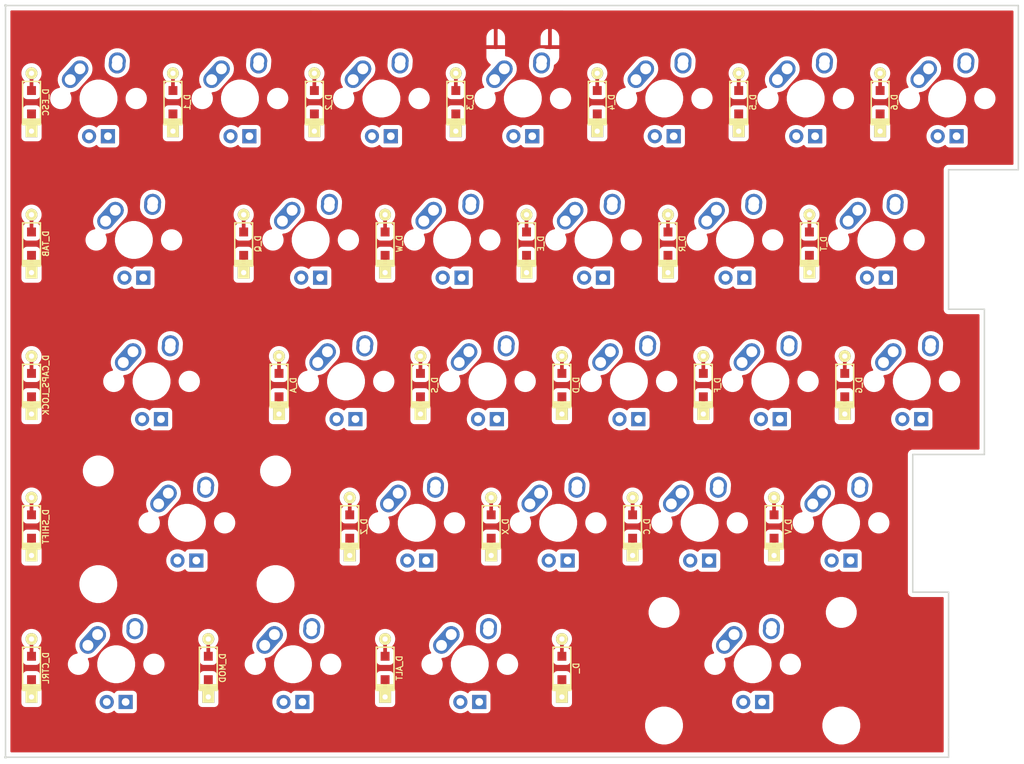
<source format=kicad_pcb>
(kicad_pcb (version 20171130) (host pcbnew "(5.1.4)-1")
  (layers (0 F.Cu signal) (31 B.Cu signal) (34 B.Paste user) (35 F.Paste user) (36 B.SilkS user) (37 F.SilkS user) (38 B.Mask user) (39 F.Mask user) (44 Edge.Cuts user))
  (net 0 "")
  (net 1 GND)
  (net 2 VCC)
  (net 3 /col0)
  (net 4 /col1)
  (net 5 /col2)
  (net 6 /col3)
  (net 7 /col4)
  (net 8 /col5)
  (net 9 /col6)
  (net 10 "Net-(K_ESC-Pad1)")
  (net 11 "Net-(K_ESC-Pad3)")
  (net 12 "Net-(K_ESC-Pad4)")
  (net 13 "Net-(D_ESC-Pad2)")
  (net 14 "Net-(K_1-Pad1)")
  (net 15 "Net-(K_1-Pad3)")
  (net 16 "Net-(K_1-Pad4)")
  (net 17 "Net-(D_1-Pad2)")
  (net 18 "Net-(K_2-Pad1)")
  (net 19 "Net-(K_2-Pad3)")
  (net 20 "Net-(K_2-Pad4)")
  (net 21 "Net-(D_2-Pad2)")
  (net 22 "Net-(K_3-Pad1)")
  (net 23 "Net-(K_3-Pad3)")
  (net 24 "Net-(K_3-Pad4)")
  (net 25 "Net-(D_3-Pad2)")
  (net 26 "Net-(K_4-Pad1)")
  (net 27 "Net-(K_4-Pad3)")
  (net 28 "Net-(K_4-Pad4)")
  (net 29 "Net-(D_4-Pad2)")
  (net 30 "Net-(K_5-Pad1)")
  (net 31 "Net-(K_5-Pad3)")
  (net 32 "Net-(K_5-Pad4)")
  (net 33 "Net-(D_5-Pad2)")
  (net 34 "Net-(K_6-Pad1)")
  (net 35 "Net-(K_6-Pad3)")
  (net 36 "Net-(K_6-Pad4)")
  (net 37 "Net-(D_6-Pad2)")
  (net 38 "Net-(K_TAB-Pad1)")
  (net 39 "Net-(K_TAB-Pad3)")
  (net 40 "Net-(K_TAB-Pad4)")
  (net 41 "Net-(D_TAB-Pad2)")
  (net 42 "Net-(K_Q-Pad1)")
  (net 43 "Net-(K_Q-Pad3)")
  (net 44 "Net-(K_Q-Pad4)")
  (net 45 "Net-(D_Q-Pad2)")
  (net 46 "Net-(K_W-Pad1)")
  (net 47 "Net-(K_W-Pad3)")
  (net 48 "Net-(K_W-Pad4)")
  (net 49 "Net-(D_W-Pad2)")
  (net 50 "Net-(K_E-Pad1)")
  (net 51 "Net-(K_E-Pad3)")
  (net 52 "Net-(K_E-Pad4)")
  (net 53 "Net-(D_E-Pad2)")
  (net 54 "Net-(K_R-Pad1)")
  (net 55 "Net-(K_R-Pad3)")
  (net 56 "Net-(K_R-Pad4)")
  (net 57 "Net-(D_R-Pad2)")
  (net 58 "Net-(K_T-Pad1)")
  (net 59 "Net-(K_T-Pad3)")
  (net 60 "Net-(K_T-Pad4)")
  (net 61 "Net-(D_T-Pad2)")
  (net 62 "Net-(K_CAPS_LOCK-Pad1)")
  (net 63 "Net-(K_CAPS_LOCK-Pad3)")
  (net 64 "Net-(K_CAPS_LOCK-Pad4)")
  (net 65 "Net-(D_CAPS_LOCK-Pad2)")
  (net 66 "Net-(K_A-Pad1)")
  (net 67 "Net-(K_A-Pad3)")
  (net 68 "Net-(K_A-Pad4)")
  (net 69 "Net-(D_A-Pad2)")
  (net 70 "Net-(K_S-Pad1)")
  (net 71 "Net-(K_S-Pad3)")
  (net 72 "Net-(K_S-Pad4)")
  (net 73 "Net-(D_S-Pad2)")
  (net 74 "Net-(K_D-Pad1)")
  (net 75 "Net-(K_D-Pad3)")
  (net 76 "Net-(K_D-Pad4)")
  (net 77 "Net-(D_D-Pad2)")
  (net 78 "Net-(K_F-Pad1)")
  (net 79 "Net-(K_F-Pad3)")
  (net 80 "Net-(K_F-Pad4)")
  (net 81 "Net-(D_F-Pad2)")
  (net 82 "Net-(K_G-Pad1)")
  (net 83 "Net-(K_G-Pad3)")
  (net 84 "Net-(K_G-Pad4)")
  (net 85 "Net-(D_G-Pad2)")
  (net 86 "Net-(K_SHIFT-Pad1)")
  (net 87 "Net-(K_SHIFT-Pad3)")
  (net 88 "Net-(K_SHIFT-Pad4)")
  (net 89 "Net-(D_SHIFT-Pad2)")
  (net 90 "Net-(K_Z-Pad1)")
  (net 91 "Net-(K_Z-Pad3)")
  (net 92 "Net-(K_Z-Pad4)")
  (net 93 "Net-(D_Z-Pad2)")
  (net 94 "Net-(K_X-Pad1)")
  (net 95 "Net-(K_X-Pad3)")
  (net 96 "Net-(K_X-Pad4)")
  (net 97 "Net-(D_X-Pad2)")
  (net 98 "Net-(K_C-Pad1)")
  (net 99 "Net-(K_C-Pad3)")
  (net 100 "Net-(K_C-Pad4)")
  (net 101 "Net-(D_C-Pad2)")
  (net 102 "Net-(K_V-Pad1)")
  (net 103 "Net-(K_V-Pad3)")
  (net 104 "Net-(K_V-Pad4)")
  (net 105 "Net-(D_V-Pad2)")
  (net 106 "Net-(K_CTRL-Pad1)")
  (net 107 "Net-(K_CTRL-Pad3)")
  (net 108 "Net-(K_CTRL-Pad4)")
  (net 109 "Net-(D_CTRL-Pad2)")
  (net 110 "Net-(K_MOD-Pad1)")
  (net 111 "Net-(K_MOD-Pad3)")
  (net 112 "Net-(K_MOD-Pad4)")
  (net 113 "Net-(D_MOD-Pad2)")
  (net 114 "Net-(K_ALT-Pad1)")
  (net 115 "Net-(K_ALT-Pad3)")
  (net 116 "Net-(K_ALT-Pad4)")
  (net 117 "Net-(D_ALT-Pad2)")
  (net 118 "Net-(K_-Pad1)")
  (net 119 "Net-(K_-Pad3)")
  (net 120 "Net-(K_-Pad4)")
  (net 121 "Net-(D_-Pad2)")
  (module MX_Alps_Hybrid:MX-1U-NoLED (layer F.Cu) (at 29.525 29.525)
    (fp_text reference K_ESC)
    (fp_text value KEYSW)
    (pad 1 thru_hole circle (at -2.5 -4) (size 2.25 2.25) (drill 1.47) (layers *.Cu B.Mask) (net 10 "Net-(K_ESC-Pad1)"))
    (pad 1 thru_hole oval (at -3.81 -2.54 48.0996) (size 4.211556 2.25) (drill 1.47 (offset 0.980778 0)) (layers *.Cu B.Mask) (net 10 "Net-(K_ESC-Pad1)"))
    (pad 2 thru_hole oval (at 2.5 -4.5 86.0548) (size 2.831378 2.25) (drill 1.47 (offset 0.290689 0)) (layers *.Cu B.Mask) (net 13 "Net-(D_ESC-Pad2)"))
    (pad 2 thru_hole circle (at 2.54 -5.08) (size 2.25 2.25) (drill 1.47) (layers *.Cu B.Mask) (net 13 "Net-(D_ESC-Pad2)"))
    (pad "" np_thru_hole circle (at 0 0) (size 3.9878 3.9878) (drill 3.9878) (layers *.Cu *.Mask))
    (pad "" np_thru_hole circle (at -5.08 0 48.0996) (size 1.75 1.75) (drill 1.75) (layers *.Cu *.Mask))
    (pad "" np_thru_hole circle (at 5.08 0 48.0996) (size 1.75 1.75) (drill 1.75) (layers *.Cu *.Mask))
    (pad 3 thru_hole circle (at -1.27 5.08) (size 1.905 1.905) (drill 1.04) (layers *.Cu B.Mask) (net 11 "Net-(K_ESC-Pad3)"))
    (pad 4 thru_hole rect (at 1.27 5.08) (size 1.905 1.905) (drill 1.04) (layers *.Cu B.Mask) (net 12 "Net-(K_ESC-Pad4)"))
    (pad "" np_thru_hole circle (at 0 0) (size 3.9878 3.9878) (drill 3.9878) (layers *.Cu *.Mask))
    (pad "" np_thru_hole circle (at -5.08 0 48.0996) (size 1.75 1.75) (drill 1.75) (layers *.Cu *.Mask))
    (pad "" np_thru_hole circle (at 5.08 0 48.0996) (size 1.75 1.75) (drill 1.75) (layers *.Cu *.Mask))
  )
  (module keyboard_parts:D_SOD123_axial (layer F.Cu) (at 20.5 30.025 90)
    (fp_text reference D_ESC (at 0 1.925 90) (layer F.SilkS) (effects (font (size 0.8 0.8)) (justify mirror)))
    (fp_text value D hide)
    (pad 1 smd rect (at -2.7 0 90) (size 2.5 0.5) (layers F.Cu) (net 3 /col0))
    (pad 1 smd rect (at -1.575 0 90) (size 1.2 1.2) (layers F.Cu F.Paste F.Mask) (net 3 /col0))
    (pad 1 thru_hole rect (at -3.9 0 90) (size 1.6 1.6) (drill 0.7) (layers *.Cu *.Mask F.SilkS) (net 3 /col0))
    (pad 2 smd rect (at 1.575 0 90) (size 1.2 1.2) (layers F.Cu F.Paste F.Mask) (net 13 "Net-(D_ESC-Pad2)"))
    (pad 2 smd rect (at 2.7 0 90) (size 2.5 0.5) (layers F.Cu) (net 13 "Net-(D_ESC-Pad2)"))
    (pad 2 thru_hole circle (at 3.9 0 90) (size 1.6 1.6) (drill 0.7) (layers *.Cu *.Mask F.SilkS) (net 13 "Net-(D_ESC-Pad2)"))
  )
  (module MX_Alps_Hybrid:MX-1U-NoLED (layer F.Cu) (at 48.575 29.525)
    (fp_text reference K_1)
    (fp_text value KEYSW)
    (pad 1 thru_hole circle (at -2.5 -4) (size 2.25 2.25) (drill 1.47) (layers *.Cu B.Mask) (net 14 "Net-(K_1-Pad1)"))
    (pad 1 thru_hole oval (at -3.81 -2.54 48.0996) (size 4.211556 2.25) (drill 1.47 (offset 0.980778 0)) (layers *.Cu B.Mask) (net 14 "Net-(K_1-Pad1)"))
    (pad 2 thru_hole oval (at 2.5 -4.5 86.0548) (size 2.831378 2.25) (drill 1.47 (offset 0.290689 0)) (layers *.Cu B.Mask) (net 17 "Net-(D_1-Pad2)"))
    (pad 2 thru_hole circle (at 2.54 -5.08) (size 2.25 2.25) (drill 1.47) (layers *.Cu B.Mask) (net 17 "Net-(D_1-Pad2)"))
    (pad "" np_thru_hole circle (at 0 0) (size 3.9878 3.9878) (drill 3.9878) (layers *.Cu *.Mask))
    (pad "" np_thru_hole circle (at -5.08 0 48.0996) (size 1.75 1.75) (drill 1.75) (layers *.Cu *.Mask))
    (pad "" np_thru_hole circle (at 5.08 0 48.0996) (size 1.75 1.75) (drill 1.75) (layers *.Cu *.Mask))
    (pad 3 thru_hole circle (at -1.27 5.08) (size 1.905 1.905) (drill 1.04) (layers *.Cu B.Mask) (net 15 "Net-(K_1-Pad3)"))
    (pad 4 thru_hole rect (at 1.27 5.08) (size 1.905 1.905) (drill 1.04) (layers *.Cu B.Mask) (net 16 "Net-(K_1-Pad4)"))
    (pad "" np_thru_hole circle (at 0 0) (size 3.9878 3.9878) (drill 3.9878) (layers *.Cu *.Mask))
    (pad "" np_thru_hole circle (at -5.08 0 48.0996) (size 1.75 1.75) (drill 1.75) (layers *.Cu *.Mask))
    (pad "" np_thru_hole circle (at 5.08 0 48.0996) (size 1.75 1.75) (drill 1.75) (layers *.Cu *.Mask))
  )
  (module keyboard_parts:D_SOD123_axial (layer F.Cu) (at 39.55 30.025 90)
    (fp_text reference D_1 (at 0 1.925 90) (layer F.SilkS) (effects (font (size 0.8 0.8)) (justify mirror)))
    (fp_text value D hide)
    (pad 1 smd rect (at -2.7 0 90) (size 2.5 0.5) (layers F.Cu) (net 4 /col1))
    (pad 1 smd rect (at -1.575 0 90) (size 1.2 1.2) (layers F.Cu F.Paste F.Mask) (net 4 /col1))
    (pad 1 thru_hole rect (at -3.9 0 90) (size 1.6 1.6) (drill 0.7) (layers *.Cu *.Mask F.SilkS) (net 4 /col1))
    (pad 2 smd rect (at 1.575 0 90) (size 1.2 1.2) (layers F.Cu F.Paste F.Mask) (net 17 "Net-(D_1-Pad2)"))
    (pad 2 smd rect (at 2.7 0 90) (size 2.5 0.5) (layers F.Cu) (net 17 "Net-(D_1-Pad2)"))
    (pad 2 thru_hole circle (at 3.9 0 90) (size 1.6 1.6) (drill 0.7) (layers *.Cu *.Mask F.SilkS) (net 17 "Net-(D_1-Pad2)"))
  )
  (module MX_Alps_Hybrid:MX-1U-NoLED (layer F.Cu) (at 67.625 29.525)
    (fp_text reference K_2)
    (fp_text value KEYSW)
    (pad 1 thru_hole circle (at -2.5 -4) (size 2.25 2.25) (drill 1.47) (layers *.Cu B.Mask) (net 18 "Net-(K_2-Pad1)"))
    (pad 1 thru_hole oval (at -3.81 -2.54 48.0996) (size 4.211556 2.25) (drill 1.47 (offset 0.980778 0)) (layers *.Cu B.Mask) (net 18 "Net-(K_2-Pad1)"))
    (pad 2 thru_hole oval (at 2.5 -4.5 86.0548) (size 2.831378 2.25) (drill 1.47 (offset 0.290689 0)) (layers *.Cu B.Mask) (net 21 "Net-(D_2-Pad2)"))
    (pad 2 thru_hole circle (at 2.54 -5.08) (size 2.25 2.25) (drill 1.47) (layers *.Cu B.Mask) (net 21 "Net-(D_2-Pad2)"))
    (pad "" np_thru_hole circle (at 0 0) (size 3.9878 3.9878) (drill 3.9878) (layers *.Cu *.Mask))
    (pad "" np_thru_hole circle (at -5.08 0 48.0996) (size 1.75 1.75) (drill 1.75) (layers *.Cu *.Mask))
    (pad "" np_thru_hole circle (at 5.08 0 48.0996) (size 1.75 1.75) (drill 1.75) (layers *.Cu *.Mask))
    (pad 3 thru_hole circle (at -1.27 5.08) (size 1.905 1.905) (drill 1.04) (layers *.Cu B.Mask) (net 19 "Net-(K_2-Pad3)"))
    (pad 4 thru_hole rect (at 1.27 5.08) (size 1.905 1.905) (drill 1.04) (layers *.Cu B.Mask) (net 20 "Net-(K_2-Pad4)"))
    (pad "" np_thru_hole circle (at 0 0) (size 3.9878 3.9878) (drill 3.9878) (layers *.Cu *.Mask))
    (pad "" np_thru_hole circle (at -5.08 0 48.0996) (size 1.75 1.75) (drill 1.75) (layers *.Cu *.Mask))
    (pad "" np_thru_hole circle (at 5.08 0 48.0996) (size 1.75 1.75) (drill 1.75) (layers *.Cu *.Mask))
  )
  (module keyboard_parts:D_SOD123_axial (layer F.Cu) (at 58.6 30.025 90)
    (fp_text reference D_2 (at 0 1.925 90) (layer F.SilkS) (effects (font (size 0.8 0.8)) (justify mirror)))
    (fp_text value D hide)
    (pad 1 smd rect (at -2.7 0 90) (size 2.5 0.5) (layers F.Cu) (net 5 /col2))
    (pad 1 smd rect (at -1.575 0 90) (size 1.2 1.2) (layers F.Cu F.Paste F.Mask) (net 5 /col2))
    (pad 1 thru_hole rect (at -3.9 0 90) (size 1.6 1.6) (drill 0.7) (layers *.Cu *.Mask F.SilkS) (net 5 /col2))
    (pad 2 smd rect (at 1.575 0 90) (size 1.2 1.2) (layers F.Cu F.Paste F.Mask) (net 21 "Net-(D_2-Pad2)"))
    (pad 2 smd rect (at 2.7 0 90) (size 2.5 0.5) (layers F.Cu) (net 21 "Net-(D_2-Pad2)"))
    (pad 2 thru_hole circle (at 3.9 0 90) (size 1.6 1.6) (drill 0.7) (layers *.Cu *.Mask F.SilkS) (net 21 "Net-(D_2-Pad2)"))
  )
  (module MX_Alps_Hybrid:MX-1U-NoLED (layer F.Cu) (at 86.675 29.525)
    (fp_text reference K_3)
    (fp_text value KEYSW)
    (pad 1 thru_hole circle (at -2.5 -4) (size 2.25 2.25) (drill 1.47) (layers *.Cu B.Mask) (net 22 "Net-(K_3-Pad1)"))
    (pad 1 thru_hole oval (at -3.81 -2.54 48.0996) (size 4.211556 2.25) (drill 1.47 (offset 0.980778 0)) (layers *.Cu B.Mask) (net 22 "Net-(K_3-Pad1)"))
    (pad 2 thru_hole oval (at 2.5 -4.5 86.0548) (size 2.831378 2.25) (drill 1.47 (offset 0.290689 0)) (layers *.Cu B.Mask) (net 25 "Net-(D_3-Pad2)"))
    (pad 2 thru_hole circle (at 2.54 -5.08) (size 2.25 2.25) (drill 1.47) (layers *.Cu B.Mask) (net 25 "Net-(D_3-Pad2)"))
    (pad "" np_thru_hole circle (at 0 0) (size 3.9878 3.9878) (drill 3.9878) (layers *.Cu *.Mask))
    (pad "" np_thru_hole circle (at -5.08 0 48.0996) (size 1.75 1.75) (drill 1.75) (layers *.Cu *.Mask))
    (pad "" np_thru_hole circle (at 5.08 0 48.0996) (size 1.75 1.75) (drill 1.75) (layers *.Cu *.Mask))
    (pad 3 thru_hole circle (at -1.27 5.08) (size 1.905 1.905) (drill 1.04) (layers *.Cu B.Mask) (net 23 "Net-(K_3-Pad3)"))
    (pad 4 thru_hole rect (at 1.27 5.08) (size 1.905 1.905) (drill 1.04) (layers *.Cu B.Mask) (net 24 "Net-(K_3-Pad4)"))
    (pad "" np_thru_hole circle (at 0 0) (size 3.9878 3.9878) (drill 3.9878) (layers *.Cu *.Mask))
    (pad "" np_thru_hole circle (at -5.08 0 48.0996) (size 1.75 1.75) (drill 1.75) (layers *.Cu *.Mask))
    (pad "" np_thru_hole circle (at 5.08 0 48.0996) (size 1.75 1.75) (drill 1.75) (layers *.Cu *.Mask))
  )
  (module keyboard_parts:D_SOD123_axial (layer F.Cu) (at 77.65 30.025 90)
    (fp_text reference D_3 (at 0 1.925 90) (layer F.SilkS) (effects (font (size 0.8 0.8)) (justify mirror)))
    (fp_text value D hide)
    (pad 1 smd rect (at -2.7 0 90) (size 2.5 0.5) (layers F.Cu) (net 6 /col3))
    (pad 1 smd rect (at -1.575 0 90) (size 1.2 1.2) (layers F.Cu F.Paste F.Mask) (net 6 /col3))
    (pad 1 thru_hole rect (at -3.9 0 90) (size 1.6 1.6) (drill 0.7) (layers *.Cu *.Mask F.SilkS) (net 6 /col3))
    (pad 2 smd rect (at 1.575 0 90) (size 1.2 1.2) (layers F.Cu F.Paste F.Mask) (net 25 "Net-(D_3-Pad2)"))
    (pad 2 smd rect (at 2.7 0 90) (size 2.5 0.5) (layers F.Cu) (net 25 "Net-(D_3-Pad2)"))
    (pad 2 thru_hole circle (at 3.9 0 90) (size 1.6 1.6) (drill 0.7) (layers *.Cu *.Mask F.SilkS) (net 25 "Net-(D_3-Pad2)"))
  )
  (module MX_Alps_Hybrid:MX-1U-NoLED (layer F.Cu) (at 105.725 29.525)
    (fp_text reference K_4)
    (fp_text value KEYSW)
    (pad 1 thru_hole circle (at -2.5 -4) (size 2.25 2.25) (drill 1.47) (layers *.Cu B.Mask) (net 26 "Net-(K_4-Pad1)"))
    (pad 1 thru_hole oval (at -3.81 -2.54 48.0996) (size 4.211556 2.25) (drill 1.47 (offset 0.980778 0)) (layers *.Cu B.Mask) (net 26 "Net-(K_4-Pad1)"))
    (pad 2 thru_hole oval (at 2.5 -4.5 86.0548) (size 2.831378 2.25) (drill 1.47 (offset 0.290689 0)) (layers *.Cu B.Mask) (net 29 "Net-(D_4-Pad2)"))
    (pad 2 thru_hole circle (at 2.54 -5.08) (size 2.25 2.25) (drill 1.47) (layers *.Cu B.Mask) (net 29 "Net-(D_4-Pad2)"))
    (pad "" np_thru_hole circle (at 0 0) (size 3.9878 3.9878) (drill 3.9878) (layers *.Cu *.Mask))
    (pad "" np_thru_hole circle (at -5.08 0 48.0996) (size 1.75 1.75) (drill 1.75) (layers *.Cu *.Mask))
    (pad "" np_thru_hole circle (at 5.08 0 48.0996) (size 1.75 1.75) (drill 1.75) (layers *.Cu *.Mask))
    (pad 3 thru_hole circle (at -1.27 5.08) (size 1.905 1.905) (drill 1.04) (layers *.Cu B.Mask) (net 27 "Net-(K_4-Pad3)"))
    (pad 4 thru_hole rect (at 1.27 5.08) (size 1.905 1.905) (drill 1.04) (layers *.Cu B.Mask) (net 28 "Net-(K_4-Pad4)"))
    (pad "" np_thru_hole circle (at 0 0) (size 3.9878 3.9878) (drill 3.9878) (layers *.Cu *.Mask))
    (pad "" np_thru_hole circle (at -5.08 0 48.0996) (size 1.75 1.75) (drill 1.75) (layers *.Cu *.Mask))
    (pad "" np_thru_hole circle (at 5.08 0 48.0996) (size 1.75 1.75) (drill 1.75) (layers *.Cu *.Mask))
  )
  (module keyboard_parts:D_SOD123_axial (layer F.Cu) (at 96.7 30.025 90)
    (fp_text reference D_4 (at 0 1.925 90) (layer F.SilkS) (effects (font (size 0.8 0.8)) (justify mirror)))
    (fp_text value D hide)
    (pad 1 smd rect (at -2.7 0 90) (size 2.5 0.5) (layers F.Cu) (net 7 /col4))
    (pad 1 smd rect (at -1.575 0 90) (size 1.2 1.2) (layers F.Cu F.Paste F.Mask) (net 7 /col4))
    (pad 1 thru_hole rect (at -3.9 0 90) (size 1.6 1.6) (drill 0.7) (layers *.Cu *.Mask F.SilkS) (net 7 /col4))
    (pad 2 smd rect (at 1.575 0 90) (size 1.2 1.2) (layers F.Cu F.Paste F.Mask) (net 29 "Net-(D_4-Pad2)"))
    (pad 2 smd rect (at 2.7 0 90) (size 2.5 0.5) (layers F.Cu) (net 29 "Net-(D_4-Pad2)"))
    (pad 2 thru_hole circle (at 3.9 0 90) (size 1.6 1.6) (drill 0.7) (layers *.Cu *.Mask F.SilkS) (net 29 "Net-(D_4-Pad2)"))
  )
  (module MX_Alps_Hybrid:MX-1U-NoLED (layer F.Cu) (at 124.775 29.525)
    (fp_text reference K_5)
    (fp_text value KEYSW)
    (pad 1 thru_hole circle (at -2.5 -4) (size 2.25 2.25) (drill 1.47) (layers *.Cu B.Mask) (net 30 "Net-(K_5-Pad1)"))
    (pad 1 thru_hole oval (at -3.81 -2.54 48.0996) (size 4.211556 2.25) (drill 1.47 (offset 0.980778 0)) (layers *.Cu B.Mask) (net 30 "Net-(K_5-Pad1)"))
    (pad 2 thru_hole oval (at 2.5 -4.5 86.0548) (size 2.831378 2.25) (drill 1.47 (offset 0.290689 0)) (layers *.Cu B.Mask) (net 33 "Net-(D_5-Pad2)"))
    (pad 2 thru_hole circle (at 2.54 -5.08) (size 2.25 2.25) (drill 1.47) (layers *.Cu B.Mask) (net 33 "Net-(D_5-Pad2)"))
    (pad "" np_thru_hole circle (at 0 0) (size 3.9878 3.9878) (drill 3.9878) (layers *.Cu *.Mask))
    (pad "" np_thru_hole circle (at -5.08 0 48.0996) (size 1.75 1.75) (drill 1.75) (layers *.Cu *.Mask))
    (pad "" np_thru_hole circle (at 5.08 0 48.0996) (size 1.75 1.75) (drill 1.75) (layers *.Cu *.Mask))
    (pad 3 thru_hole circle (at -1.27 5.08) (size 1.905 1.905) (drill 1.04) (layers *.Cu B.Mask) (net 31 "Net-(K_5-Pad3)"))
    (pad 4 thru_hole rect (at 1.27 5.08) (size 1.905 1.905) (drill 1.04) (layers *.Cu B.Mask) (net 32 "Net-(K_5-Pad4)"))
    (pad "" np_thru_hole circle (at 0 0) (size 3.9878 3.9878) (drill 3.9878) (layers *.Cu *.Mask))
    (pad "" np_thru_hole circle (at -5.08 0 48.0996) (size 1.75 1.75) (drill 1.75) (layers *.Cu *.Mask))
    (pad "" np_thru_hole circle (at 5.08 0 48.0996) (size 1.75 1.75) (drill 1.75) (layers *.Cu *.Mask))
  )
  (module keyboard_parts:D_SOD123_axial (layer F.Cu) (at 115.75 30.025 90)
    (fp_text reference D_5 (at 0 1.925 90) (layer F.SilkS) (effects (font (size 0.8 0.8)) (justify mirror)))
    (fp_text value D hide)
    (pad 1 smd rect (at -2.7 0 90) (size 2.5 0.5) (layers F.Cu) (net 8 /col5))
    (pad 1 smd rect (at -1.575 0 90) (size 1.2 1.2) (layers F.Cu F.Paste F.Mask) (net 8 /col5))
    (pad 1 thru_hole rect (at -3.9 0 90) (size 1.6 1.6) (drill 0.7) (layers *.Cu *.Mask F.SilkS) (net 8 /col5))
    (pad 2 smd rect (at 1.575 0 90) (size 1.2 1.2) (layers F.Cu F.Paste F.Mask) (net 33 "Net-(D_5-Pad2)"))
    (pad 2 smd rect (at 2.7 0 90) (size 2.5 0.5) (layers F.Cu) (net 33 "Net-(D_5-Pad2)"))
    (pad 2 thru_hole circle (at 3.9 0 90) (size 1.6 1.6) (drill 0.7) (layers *.Cu *.Mask F.SilkS) (net 33 "Net-(D_5-Pad2)"))
  )
  (module MX_Alps_Hybrid:MX-1U-NoLED (layer F.Cu) (at 143.825 29.525)
    (fp_text reference K_6)
    (fp_text value KEYSW)
    (pad 1 thru_hole circle (at -2.5 -4) (size 2.25 2.25) (drill 1.47) (layers *.Cu B.Mask) (net 34 "Net-(K_6-Pad1)"))
    (pad 1 thru_hole oval (at -3.81 -2.54 48.0996) (size 4.211556 2.25) (drill 1.47 (offset 0.980778 0)) (layers *.Cu B.Mask) (net 34 "Net-(K_6-Pad1)"))
    (pad 2 thru_hole oval (at 2.5 -4.5 86.0548) (size 2.831378 2.25) (drill 1.47 (offset 0.290689 0)) (layers *.Cu B.Mask) (net 37 "Net-(D_6-Pad2)"))
    (pad 2 thru_hole circle (at 2.54 -5.08) (size 2.25 2.25) (drill 1.47) (layers *.Cu B.Mask) (net 37 "Net-(D_6-Pad2)"))
    (pad "" np_thru_hole circle (at 0 0) (size 3.9878 3.9878) (drill 3.9878) (layers *.Cu *.Mask))
    (pad "" np_thru_hole circle (at -5.08 0 48.0996) (size 1.75 1.75) (drill 1.75) (layers *.Cu *.Mask))
    (pad "" np_thru_hole circle (at 5.08 0 48.0996) (size 1.75 1.75) (drill 1.75) (layers *.Cu *.Mask))
    (pad 3 thru_hole circle (at -1.27 5.08) (size 1.905 1.905) (drill 1.04) (layers *.Cu B.Mask) (net 35 "Net-(K_6-Pad3)"))
    (pad 4 thru_hole rect (at 1.27 5.08) (size 1.905 1.905) (drill 1.04) (layers *.Cu B.Mask) (net 36 "Net-(K_6-Pad4)"))
    (pad "" np_thru_hole circle (at 0 0) (size 3.9878 3.9878) (drill 3.9878) (layers *.Cu *.Mask))
    (pad "" np_thru_hole circle (at -5.08 0 48.0996) (size 1.75 1.75) (drill 1.75) (layers *.Cu *.Mask))
    (pad "" np_thru_hole circle (at 5.08 0 48.0996) (size 1.75 1.75) (drill 1.75) (layers *.Cu *.Mask))
  )
  (module keyboard_parts:D_SOD123_axial (layer F.Cu) (at 134.8 30.025 90)
    (fp_text reference D_6 (at 0 1.925 90) (layer F.SilkS) (effects (font (size 0.8 0.8)) (justify mirror)))
    (fp_text value D hide)
    (pad 1 smd rect (at -2.7 0 90) (size 2.5 0.5) (layers F.Cu) (net 9 /col6))
    (pad 1 smd rect (at -1.575 0 90) (size 1.2 1.2) (layers F.Cu F.Paste F.Mask) (net 9 /col6))
    (pad 1 thru_hole rect (at -3.9 0 90) (size 1.6 1.6) (drill 0.7) (layers *.Cu *.Mask F.SilkS) (net 9 /col6))
    (pad 2 smd rect (at 1.575 0 90) (size 1.2 1.2) (layers F.Cu F.Paste F.Mask) (net 37 "Net-(D_6-Pad2)"))
    (pad 2 smd rect (at 2.7 0 90) (size 2.5 0.5) (layers F.Cu) (net 37 "Net-(D_6-Pad2)"))
    (pad 2 thru_hole circle (at 3.9 0 90) (size 1.6 1.6) (drill 0.7) (layers *.Cu *.Mask F.SilkS) (net 37 "Net-(D_6-Pad2)"))
  )
  (module MX_Alps_Hybrid:MX-1.5U-NoLED (layer F.Cu) (at 34.2875 48.575)
    (fp_text reference K_TAB)
    (fp_text value KEYSW)
    (pad 1 thru_hole circle (at -2.5 -4) (size 2.25 2.25) (drill 1.47) (layers *.Cu B.Mask) (net 38 "Net-(K_TAB-Pad1)"))
    (pad 1 thru_hole oval (at -3.81 -2.54 48.0996) (size 4.211556 2.25) (drill 1.47 (offset 0.980778 0)) (layers *.Cu B.Mask) (net 38 "Net-(K_TAB-Pad1)"))
    (pad 2 thru_hole oval (at 2.5 -4.5 86.0548) (size 2.831378 2.25) (drill 1.47 (offset 0.290689 0)) (layers *.Cu B.Mask) (net 41 "Net-(D_TAB-Pad2)"))
    (pad 2 thru_hole circle (at 2.54 -5.08) (size 2.25 2.25) (drill 1.47) (layers *.Cu B.Mask) (net 41 "Net-(D_TAB-Pad2)"))
    (pad "" np_thru_hole circle (at 0 0) (size 3.9878 3.9878) (drill 3.9878) (layers *.Cu *.Mask))
    (pad "" np_thru_hole circle (at -5.08 0 48.0996) (size 1.75 1.75) (drill 1.75) (layers *.Cu *.Mask))
    (pad "" np_thru_hole circle (at 5.08 0 48.0996) (size 1.75 1.75) (drill 1.75) (layers *.Cu *.Mask))
    (pad 3 thru_hole circle (at -1.27 5.08) (size 1.905 1.905) (drill 1.04) (layers *.Cu B.Mask) (net 39 "Net-(K_TAB-Pad3)"))
    (pad 4 thru_hole rect (at 1.27 5.08) (size 1.905 1.905) (drill 1.04) (layers *.Cu B.Mask) (net 40 "Net-(K_TAB-Pad4)"))
    (pad "" np_thru_hole circle (at 0 0) (size 3.9878 3.9878) (drill 3.9878) (layers *.Cu *.Mask))
    (pad "" np_thru_hole circle (at -5.08 0 48.0996) (size 1.75 1.75) (drill 1.75) (layers *.Cu *.Mask))
    (pad "" np_thru_hole circle (at 5.08 0 48.0996) (size 1.75 1.75) (drill 1.75) (layers *.Cu *.Mask))
  )
  (module keyboard_parts:D_SOD123_axial (layer F.Cu) (at 20.5 49.075 90)
    (fp_text reference D_TAB (at 0 1.925 90) (layer F.SilkS) (effects (font (size 0.8 0.8)) (justify mirror)))
    (fp_text value D hide)
    (pad 1 smd rect (at -2.7 0 90) (size 2.5 0.5) (layers F.Cu) (net 3 /col0))
    (pad 1 smd rect (at -1.575 0 90) (size 1.2 1.2) (layers F.Cu F.Paste F.Mask) (net 3 /col0))
    (pad 1 thru_hole rect (at -3.9 0 90) (size 1.6 1.6) (drill 0.7) (layers *.Cu *.Mask F.SilkS) (net 3 /col0))
    (pad 2 smd rect (at 1.575 0 90) (size 1.2 1.2) (layers F.Cu F.Paste F.Mask) (net 41 "Net-(D_TAB-Pad2)"))
    (pad 2 smd rect (at 2.7 0 90) (size 2.5 0.5) (layers F.Cu) (net 41 "Net-(D_TAB-Pad2)"))
    (pad 2 thru_hole circle (at 3.9 0 90) (size 1.6 1.6) (drill 0.7) (layers *.Cu *.Mask F.SilkS) (net 41 "Net-(D_TAB-Pad2)"))
  )
  (module MX_Alps_Hybrid:MX-1U-NoLED (layer F.Cu) (at 58.1 48.575)
    (fp_text reference K_Q)
    (fp_text value KEYSW)
    (pad 1 thru_hole circle (at -2.5 -4) (size 2.25 2.25) (drill 1.47) (layers *.Cu B.Mask) (net 42 "Net-(K_Q-Pad1)"))
    (pad 1 thru_hole oval (at -3.81 -2.54 48.0996) (size 4.211556 2.25) (drill 1.47 (offset 0.980778 0)) (layers *.Cu B.Mask) (net 42 "Net-(K_Q-Pad1)"))
    (pad 2 thru_hole oval (at 2.5 -4.5 86.0548) (size 2.831378 2.25) (drill 1.47 (offset 0.290689 0)) (layers *.Cu B.Mask) (net 45 "Net-(D_Q-Pad2)"))
    (pad 2 thru_hole circle (at 2.54 -5.08) (size 2.25 2.25) (drill 1.47) (layers *.Cu B.Mask) (net 45 "Net-(D_Q-Pad2)"))
    (pad "" np_thru_hole circle (at 0 0) (size 3.9878 3.9878) (drill 3.9878) (layers *.Cu *.Mask))
    (pad "" np_thru_hole circle (at -5.08 0 48.0996) (size 1.75 1.75) (drill 1.75) (layers *.Cu *.Mask))
    (pad "" np_thru_hole circle (at 5.08 0 48.0996) (size 1.75 1.75) (drill 1.75) (layers *.Cu *.Mask))
    (pad 3 thru_hole circle (at -1.27 5.08) (size 1.905 1.905) (drill 1.04) (layers *.Cu B.Mask) (net 43 "Net-(K_Q-Pad3)"))
    (pad 4 thru_hole rect (at 1.27 5.08) (size 1.905 1.905) (drill 1.04) (layers *.Cu B.Mask) (net 44 "Net-(K_Q-Pad4)"))
    (pad "" np_thru_hole circle (at 0 0) (size 3.9878 3.9878) (drill 3.9878) (layers *.Cu *.Mask))
    (pad "" np_thru_hole circle (at -5.08 0 48.0996) (size 1.75 1.75) (drill 1.75) (layers *.Cu *.Mask))
    (pad "" np_thru_hole circle (at 5.08 0 48.0996) (size 1.75 1.75) (drill 1.75) (layers *.Cu *.Mask))
  )
  (module keyboard_parts:D_SOD123_axial (layer F.Cu) (at 49.075 49.075 90)
    (fp_text reference D_Q (at 0 1.925 90) (layer F.SilkS) (effects (font (size 0.8 0.8)) (justify mirror)))
    (fp_text value D hide)
    (pad 1 smd rect (at -2.7 0 90) (size 2.5 0.5) (layers F.Cu) (net 4 /col1))
    (pad 1 smd rect (at -1.575 0 90) (size 1.2 1.2) (layers F.Cu F.Paste F.Mask) (net 4 /col1))
    (pad 1 thru_hole rect (at -3.9 0 90) (size 1.6 1.6) (drill 0.7) (layers *.Cu *.Mask F.SilkS) (net 4 /col1))
    (pad 2 smd rect (at 1.575 0 90) (size 1.2 1.2) (layers F.Cu F.Paste F.Mask) (net 45 "Net-(D_Q-Pad2)"))
    (pad 2 smd rect (at 2.7 0 90) (size 2.5 0.5) (layers F.Cu) (net 45 "Net-(D_Q-Pad2)"))
    (pad 2 thru_hole circle (at 3.9 0 90) (size 1.6 1.6) (drill 0.7) (layers *.Cu *.Mask F.SilkS) (net 45 "Net-(D_Q-Pad2)"))
  )
  (module MX_Alps_Hybrid:MX-1U-NoLED (layer F.Cu) (at 77.15 48.575)
    (fp_text reference K_W)
    (fp_text value KEYSW)
    (pad 1 thru_hole circle (at -2.5 -4) (size 2.25 2.25) (drill 1.47) (layers *.Cu B.Mask) (net 46 "Net-(K_W-Pad1)"))
    (pad 1 thru_hole oval (at -3.81 -2.54 48.0996) (size 4.211556 2.25) (drill 1.47 (offset 0.980778 0)) (layers *.Cu B.Mask) (net 46 "Net-(K_W-Pad1)"))
    (pad 2 thru_hole oval (at 2.5 -4.5 86.0548) (size 2.831378 2.25) (drill 1.47 (offset 0.290689 0)) (layers *.Cu B.Mask) (net 49 "Net-(D_W-Pad2)"))
    (pad 2 thru_hole circle (at 2.54 -5.08) (size 2.25 2.25) (drill 1.47) (layers *.Cu B.Mask) (net 49 "Net-(D_W-Pad2)"))
    (pad "" np_thru_hole circle (at 0 0) (size 3.9878 3.9878) (drill 3.9878) (layers *.Cu *.Mask))
    (pad "" np_thru_hole circle (at -5.08 0 48.0996) (size 1.75 1.75) (drill 1.75) (layers *.Cu *.Mask))
    (pad "" np_thru_hole circle (at 5.08 0 48.0996) (size 1.75 1.75) (drill 1.75) (layers *.Cu *.Mask))
    (pad 3 thru_hole circle (at -1.27 5.08) (size 1.905 1.905) (drill 1.04) (layers *.Cu B.Mask) (net 47 "Net-(K_W-Pad3)"))
    (pad 4 thru_hole rect (at 1.27 5.08) (size 1.905 1.905) (drill 1.04) (layers *.Cu B.Mask) (net 48 "Net-(K_W-Pad4)"))
    (pad "" np_thru_hole circle (at 0 0) (size 3.9878 3.9878) (drill 3.9878) (layers *.Cu *.Mask))
    (pad "" np_thru_hole circle (at -5.08 0 48.0996) (size 1.75 1.75) (drill 1.75) (layers *.Cu *.Mask))
    (pad "" np_thru_hole circle (at 5.08 0 48.0996) (size 1.75 1.75) (drill 1.75) (layers *.Cu *.Mask))
  )
  (module keyboard_parts:D_SOD123_axial (layer F.Cu) (at 68.125 49.075 90)
    (fp_text reference D_W (at 0 1.925 90) (layer F.SilkS) (effects (font (size 0.8 0.8)) (justify mirror)))
    (fp_text value D hide)
    (pad 1 smd rect (at -2.7 0 90) (size 2.5 0.5) (layers F.Cu) (net 5 /col2))
    (pad 1 smd rect (at -1.575 0 90) (size 1.2 1.2) (layers F.Cu F.Paste F.Mask) (net 5 /col2))
    (pad 1 thru_hole rect (at -3.9 0 90) (size 1.6 1.6) (drill 0.7) (layers *.Cu *.Mask F.SilkS) (net 5 /col2))
    (pad 2 smd rect (at 1.575 0 90) (size 1.2 1.2) (layers F.Cu F.Paste F.Mask) (net 49 "Net-(D_W-Pad2)"))
    (pad 2 smd rect (at 2.7 0 90) (size 2.5 0.5) (layers F.Cu) (net 49 "Net-(D_W-Pad2)"))
    (pad 2 thru_hole circle (at 3.9 0 90) (size 1.6 1.6) (drill 0.7) (layers *.Cu *.Mask F.SilkS) (net 49 "Net-(D_W-Pad2)"))
  )
  (module MX_Alps_Hybrid:MX-1U-NoLED (layer F.Cu) (at 96.2 48.575)
    (fp_text reference K_E)
    (fp_text value KEYSW)
    (pad 1 thru_hole circle (at -2.5 -4) (size 2.25 2.25) (drill 1.47) (layers *.Cu B.Mask) (net 50 "Net-(K_E-Pad1)"))
    (pad 1 thru_hole oval (at -3.81 -2.54 48.0996) (size 4.211556 2.25) (drill 1.47 (offset 0.980778 0)) (layers *.Cu B.Mask) (net 50 "Net-(K_E-Pad1)"))
    (pad 2 thru_hole oval (at 2.5 -4.5 86.0548) (size 2.831378 2.25) (drill 1.47 (offset 0.290689 0)) (layers *.Cu B.Mask) (net 53 "Net-(D_E-Pad2)"))
    (pad 2 thru_hole circle (at 2.54 -5.08) (size 2.25 2.25) (drill 1.47) (layers *.Cu B.Mask) (net 53 "Net-(D_E-Pad2)"))
    (pad "" np_thru_hole circle (at 0 0) (size 3.9878 3.9878) (drill 3.9878) (layers *.Cu *.Mask))
    (pad "" np_thru_hole circle (at -5.08 0 48.0996) (size 1.75 1.75) (drill 1.75) (layers *.Cu *.Mask))
    (pad "" np_thru_hole circle (at 5.08 0 48.0996) (size 1.75 1.75) (drill 1.75) (layers *.Cu *.Mask))
    (pad 3 thru_hole circle (at -1.27 5.08) (size 1.905 1.905) (drill 1.04) (layers *.Cu B.Mask) (net 51 "Net-(K_E-Pad3)"))
    (pad 4 thru_hole rect (at 1.27 5.08) (size 1.905 1.905) (drill 1.04) (layers *.Cu B.Mask) (net 52 "Net-(K_E-Pad4)"))
    (pad "" np_thru_hole circle (at 0 0) (size 3.9878 3.9878) (drill 3.9878) (layers *.Cu *.Mask))
    (pad "" np_thru_hole circle (at -5.08 0 48.0996) (size 1.75 1.75) (drill 1.75) (layers *.Cu *.Mask))
    (pad "" np_thru_hole circle (at 5.08 0 48.0996) (size 1.75 1.75) (drill 1.75) (layers *.Cu *.Mask))
  )
  (module keyboard_parts:D_SOD123_axial (layer F.Cu) (at 87.175 49.075 90)
    (fp_text reference D_E (at 0 1.925 90) (layer F.SilkS) (effects (font (size 0.8 0.8)) (justify mirror)))
    (fp_text value D hide)
    (pad 1 smd rect (at -2.7 0 90) (size 2.5 0.5) (layers F.Cu) (net 6 /col3))
    (pad 1 smd rect (at -1.575 0 90) (size 1.2 1.2) (layers F.Cu F.Paste F.Mask) (net 6 /col3))
    (pad 1 thru_hole rect (at -3.9 0 90) (size 1.6 1.6) (drill 0.7) (layers *.Cu *.Mask F.SilkS) (net 6 /col3))
    (pad 2 smd rect (at 1.575 0 90) (size 1.2 1.2) (layers F.Cu F.Paste F.Mask) (net 53 "Net-(D_E-Pad2)"))
    (pad 2 smd rect (at 2.7 0 90) (size 2.5 0.5) (layers F.Cu) (net 53 "Net-(D_E-Pad2)"))
    (pad 2 thru_hole circle (at 3.9 0 90) (size 1.6 1.6) (drill 0.7) (layers *.Cu *.Mask F.SilkS) (net 53 "Net-(D_E-Pad2)"))
  )
  (module MX_Alps_Hybrid:MX-1U-NoLED (layer F.Cu) (at 115.25 48.575)
    (fp_text reference K_R)
    (fp_text value KEYSW)
    (pad 1 thru_hole circle (at -2.5 -4) (size 2.25 2.25) (drill 1.47) (layers *.Cu B.Mask) (net 54 "Net-(K_R-Pad1)"))
    (pad 1 thru_hole oval (at -3.81 -2.54 48.0996) (size 4.211556 2.25) (drill 1.47 (offset 0.980778 0)) (layers *.Cu B.Mask) (net 54 "Net-(K_R-Pad1)"))
    (pad 2 thru_hole oval (at 2.5 -4.5 86.0548) (size 2.831378 2.25) (drill 1.47 (offset 0.290689 0)) (layers *.Cu B.Mask) (net 57 "Net-(D_R-Pad2)"))
    (pad 2 thru_hole circle (at 2.54 -5.08) (size 2.25 2.25) (drill 1.47) (layers *.Cu B.Mask) (net 57 "Net-(D_R-Pad2)"))
    (pad "" np_thru_hole circle (at 0 0) (size 3.9878 3.9878) (drill 3.9878) (layers *.Cu *.Mask))
    (pad "" np_thru_hole circle (at -5.08 0 48.0996) (size 1.75 1.75) (drill 1.75) (layers *.Cu *.Mask))
    (pad "" np_thru_hole circle (at 5.08 0 48.0996) (size 1.75 1.75) (drill 1.75) (layers *.Cu *.Mask))
    (pad 3 thru_hole circle (at -1.27 5.08) (size 1.905 1.905) (drill 1.04) (layers *.Cu B.Mask) (net 55 "Net-(K_R-Pad3)"))
    (pad 4 thru_hole rect (at 1.27 5.08) (size 1.905 1.905) (drill 1.04) (layers *.Cu B.Mask) (net 56 "Net-(K_R-Pad4)"))
    (pad "" np_thru_hole circle (at 0 0) (size 3.9878 3.9878) (drill 3.9878) (layers *.Cu *.Mask))
    (pad "" np_thru_hole circle (at -5.08 0 48.0996) (size 1.75 1.75) (drill 1.75) (layers *.Cu *.Mask))
    (pad "" np_thru_hole circle (at 5.08 0 48.0996) (size 1.75 1.75) (drill 1.75) (layers *.Cu *.Mask))
  )
  (module keyboard_parts:D_SOD123_axial (layer F.Cu) (at 106.225 49.075 90)
    (fp_text reference D_R (at 0 1.925 90) (layer F.SilkS) (effects (font (size 0.8 0.8)) (justify mirror)))
    (fp_text value D hide)
    (pad 1 smd rect (at -2.7 0 90) (size 2.5 0.5) (layers F.Cu) (net 7 /col4))
    (pad 1 smd rect (at -1.575 0 90) (size 1.2 1.2) (layers F.Cu F.Paste F.Mask) (net 7 /col4))
    (pad 1 thru_hole rect (at -3.9 0 90) (size 1.6 1.6) (drill 0.7) (layers *.Cu *.Mask F.SilkS) (net 7 /col4))
    (pad 2 smd rect (at 1.575 0 90) (size 1.2 1.2) (layers F.Cu F.Paste F.Mask) (net 57 "Net-(D_R-Pad2)"))
    (pad 2 smd rect (at 2.7 0 90) (size 2.5 0.5) (layers F.Cu) (net 57 "Net-(D_R-Pad2)"))
    (pad 2 thru_hole circle (at 3.9 0 90) (size 1.6 1.6) (drill 0.7) (layers *.Cu *.Mask F.SilkS) (net 57 "Net-(D_R-Pad2)"))
  )
  (module MX_Alps_Hybrid:MX-1U-NoLED (layer F.Cu) (at 134.3 48.575)
    (fp_text reference K_T)
    (fp_text value KEYSW)
    (pad 1 thru_hole circle (at -2.5 -4) (size 2.25 2.25) (drill 1.47) (layers *.Cu B.Mask) (net 58 "Net-(K_T-Pad1)"))
    (pad 1 thru_hole oval (at -3.81 -2.54 48.0996) (size 4.211556 2.25) (drill 1.47 (offset 0.980778 0)) (layers *.Cu B.Mask) (net 58 "Net-(K_T-Pad1)"))
    (pad 2 thru_hole oval (at 2.5 -4.5 86.0548) (size 2.831378 2.25) (drill 1.47 (offset 0.290689 0)) (layers *.Cu B.Mask) (net 61 "Net-(D_T-Pad2)"))
    (pad 2 thru_hole circle (at 2.54 -5.08) (size 2.25 2.25) (drill 1.47) (layers *.Cu B.Mask) (net 61 "Net-(D_T-Pad2)"))
    (pad "" np_thru_hole circle (at 0 0) (size 3.9878 3.9878) (drill 3.9878) (layers *.Cu *.Mask))
    (pad "" np_thru_hole circle (at -5.08 0 48.0996) (size 1.75 1.75) (drill 1.75) (layers *.Cu *.Mask))
    (pad "" np_thru_hole circle (at 5.08 0 48.0996) (size 1.75 1.75) (drill 1.75) (layers *.Cu *.Mask))
    (pad 3 thru_hole circle (at -1.27 5.08) (size 1.905 1.905) (drill 1.04) (layers *.Cu B.Mask) (net 59 "Net-(K_T-Pad3)"))
    (pad 4 thru_hole rect (at 1.27 5.08) (size 1.905 1.905) (drill 1.04) (layers *.Cu B.Mask) (net 60 "Net-(K_T-Pad4)"))
    (pad "" np_thru_hole circle (at 0 0) (size 3.9878 3.9878) (drill 3.9878) (layers *.Cu *.Mask))
    (pad "" np_thru_hole circle (at -5.08 0 48.0996) (size 1.75 1.75) (drill 1.75) (layers *.Cu *.Mask))
    (pad "" np_thru_hole circle (at 5.08 0 48.0996) (size 1.75 1.75) (drill 1.75) (layers *.Cu *.Mask))
  )
  (module keyboard_parts:D_SOD123_axial (layer F.Cu) (at 125.275 49.075 90)
    (fp_text reference D_T (at 0 1.925 90) (layer F.SilkS) (effects (font (size 0.8 0.8)) (justify mirror)))
    (fp_text value D hide)
    (pad 1 smd rect (at -2.7 0 90) (size 2.5 0.5) (layers F.Cu) (net 8 /col5))
    (pad 1 smd rect (at -1.575 0 90) (size 1.2 1.2) (layers F.Cu F.Paste F.Mask) (net 8 /col5))
    (pad 1 thru_hole rect (at -3.9 0 90) (size 1.6 1.6) (drill 0.7) (layers *.Cu *.Mask F.SilkS) (net 8 /col5))
    (pad 2 smd rect (at 1.575 0 90) (size 1.2 1.2) (layers F.Cu F.Paste F.Mask) (net 61 "Net-(D_T-Pad2)"))
    (pad 2 smd rect (at 2.7 0 90) (size 2.5 0.5) (layers F.Cu) (net 61 "Net-(D_T-Pad2)"))
    (pad 2 thru_hole circle (at 3.9 0 90) (size 1.6 1.6) (drill 0.7) (layers *.Cu *.Mask F.SilkS) (net 61 "Net-(D_T-Pad2)"))
  )
  (module MX_Alps_Hybrid:MX-1.75U-NoLED (layer F.Cu) (at 36.66875 67.625)
    (fp_text reference K_CAPS_LOCK)
    (fp_text value KEYSW)
    (pad 1 thru_hole circle (at -2.5 -4) (size 2.25 2.25) (drill 1.47) (layers *.Cu B.Mask) (net 62 "Net-(K_CAPS_LOCK-Pad1)"))
    (pad 1 thru_hole oval (at -3.81 -2.54 48.0996) (size 4.211556 2.25) (drill 1.47 (offset 0.980778 0)) (layers *.Cu B.Mask) (net 62 "Net-(K_CAPS_LOCK-Pad1)"))
    (pad 2 thru_hole oval (at 2.5 -4.5 86.0548) (size 2.831378 2.25) (drill 1.47 (offset 0.290689 0)) (layers *.Cu B.Mask) (net 65 "Net-(D_CAPS_LOCK-Pad2)"))
    (pad 2 thru_hole circle (at 2.54 -5.08) (size 2.25 2.25) (drill 1.47) (layers *.Cu B.Mask) (net 65 "Net-(D_CAPS_LOCK-Pad2)"))
    (pad "" np_thru_hole circle (at 0 0) (size 3.9878 3.9878) (drill 3.9878) (layers *.Cu *.Mask))
    (pad "" np_thru_hole circle (at -5.08 0 48.0996) (size 1.75 1.75) (drill 1.75) (layers *.Cu *.Mask))
    (pad "" np_thru_hole circle (at 5.08 0 48.0996) (size 1.75 1.75) (drill 1.75) (layers *.Cu *.Mask))
    (pad 3 thru_hole circle (at -1.27 5.08) (size 1.905 1.905) (drill 1.04) (layers *.Cu B.Mask) (net 63 "Net-(K_CAPS_LOCK-Pad3)"))
    (pad 4 thru_hole rect (at 1.27 5.08) (size 1.905 1.905) (drill 1.04) (layers *.Cu B.Mask) (net 64 "Net-(K_CAPS_LOCK-Pad4)"))
    (pad "" np_thru_hole circle (at 0 0) (size 3.9878 3.9878) (drill 3.9878) (layers *.Cu *.Mask))
    (pad "" np_thru_hole circle (at -5.08 0 48.0996) (size 1.75 1.75) (drill 1.75) (layers *.Cu *.Mask))
    (pad "" np_thru_hole circle (at 5.08 0 48.0996) (size 1.75 1.75) (drill 1.75) (layers *.Cu *.Mask))
  )
  (module keyboard_parts:D_SOD123_axial (layer F.Cu) (at 20.5 68.125 90)
    (fp_text reference D_CAPS_LOCK (at 0 1.925 90) (layer F.SilkS) (effects (font (size 0.8 0.8)) (justify mirror)))
    (fp_text value D hide)
    (pad 1 smd rect (at -2.7 0 90) (size 2.5 0.5) (layers F.Cu) (net 3 /col0))
    (pad 1 smd rect (at -1.575 0 90) (size 1.2 1.2) (layers F.Cu F.Paste F.Mask) (net 3 /col0))
    (pad 1 thru_hole rect (at -3.9 0 90) (size 1.6 1.6) (drill 0.7) (layers *.Cu *.Mask F.SilkS) (net 3 /col0))
    (pad 2 smd rect (at 1.575 0 90) (size 1.2 1.2) (layers F.Cu F.Paste F.Mask) (net 65 "Net-(D_CAPS_LOCK-Pad2)"))
    (pad 2 smd rect (at 2.7 0 90) (size 2.5 0.5) (layers F.Cu) (net 65 "Net-(D_CAPS_LOCK-Pad2)"))
    (pad 2 thru_hole circle (at 3.9 0 90) (size 1.6 1.6) (drill 0.7) (layers *.Cu *.Mask F.SilkS) (net 65 "Net-(D_CAPS_LOCK-Pad2)"))
  )
  (module MX_Alps_Hybrid:MX-1U-NoLED (layer F.Cu) (at 62.8625 67.625)
    (fp_text reference K_A)
    (fp_text value KEYSW)
    (pad 1 thru_hole circle (at -2.5 -4) (size 2.25 2.25) (drill 1.47) (layers *.Cu B.Mask) (net 66 "Net-(K_A-Pad1)"))
    (pad 1 thru_hole oval (at -3.81 -2.54 48.0996) (size 4.211556 2.25) (drill 1.47 (offset 0.980778 0)) (layers *.Cu B.Mask) (net 66 "Net-(K_A-Pad1)"))
    (pad 2 thru_hole oval (at 2.5 -4.5 86.0548) (size 2.831378 2.25) (drill 1.47 (offset 0.290689 0)) (layers *.Cu B.Mask) (net 69 "Net-(D_A-Pad2)"))
    (pad 2 thru_hole circle (at 2.54 -5.08) (size 2.25 2.25) (drill 1.47) (layers *.Cu B.Mask) (net 69 "Net-(D_A-Pad2)"))
    (pad "" np_thru_hole circle (at 0 0) (size 3.9878 3.9878) (drill 3.9878) (layers *.Cu *.Mask))
    (pad "" np_thru_hole circle (at -5.08 0 48.0996) (size 1.75 1.75) (drill 1.75) (layers *.Cu *.Mask))
    (pad "" np_thru_hole circle (at 5.08 0 48.0996) (size 1.75 1.75) (drill 1.75) (layers *.Cu *.Mask))
    (pad 3 thru_hole circle (at -1.27 5.08) (size 1.905 1.905) (drill 1.04) (layers *.Cu B.Mask) (net 67 "Net-(K_A-Pad3)"))
    (pad 4 thru_hole rect (at 1.27 5.08) (size 1.905 1.905) (drill 1.04) (layers *.Cu B.Mask) (net 68 "Net-(K_A-Pad4)"))
    (pad "" np_thru_hole circle (at 0 0) (size 3.9878 3.9878) (drill 3.9878) (layers *.Cu *.Mask))
    (pad "" np_thru_hole circle (at -5.08 0 48.0996) (size 1.75 1.75) (drill 1.75) (layers *.Cu *.Mask))
    (pad "" np_thru_hole circle (at 5.08 0 48.0996) (size 1.75 1.75) (drill 1.75) (layers *.Cu *.Mask))
  )
  (module keyboard_parts:D_SOD123_axial (layer F.Cu) (at 53.8375 68.125 90)
    (fp_text reference D_A (at 0 1.925 90) (layer F.SilkS) (effects (font (size 0.8 0.8)) (justify mirror)))
    (fp_text value D hide)
    (pad 1 smd rect (at -2.7 0 90) (size 2.5 0.5) (layers F.Cu) (net 4 /col1))
    (pad 1 smd rect (at -1.575 0 90) (size 1.2 1.2) (layers F.Cu F.Paste F.Mask) (net 4 /col1))
    (pad 1 thru_hole rect (at -3.9 0 90) (size 1.6 1.6) (drill 0.7) (layers *.Cu *.Mask F.SilkS) (net 4 /col1))
    (pad 2 smd rect (at 1.575 0 90) (size 1.2 1.2) (layers F.Cu F.Paste F.Mask) (net 69 "Net-(D_A-Pad2)"))
    (pad 2 smd rect (at 2.7 0 90) (size 2.5 0.5) (layers F.Cu) (net 69 "Net-(D_A-Pad2)"))
    (pad 2 thru_hole circle (at 3.9 0 90) (size 1.6 1.6) (drill 0.7) (layers *.Cu *.Mask F.SilkS) (net 69 "Net-(D_A-Pad2)"))
  )
  (module MX_Alps_Hybrid:MX-1U-NoLED (layer F.Cu) (at 81.9125 67.625)
    (fp_text reference K_S)
    (fp_text value KEYSW)
    (pad 1 thru_hole circle (at -2.5 -4) (size 2.25 2.25) (drill 1.47) (layers *.Cu B.Mask) (net 70 "Net-(K_S-Pad1)"))
    (pad 1 thru_hole oval (at -3.81 -2.54 48.0996) (size 4.211556 2.25) (drill 1.47 (offset 0.980778 0)) (layers *.Cu B.Mask) (net 70 "Net-(K_S-Pad1)"))
    (pad 2 thru_hole oval (at 2.5 -4.5 86.0548) (size 2.831378 2.25) (drill 1.47 (offset 0.290689 0)) (layers *.Cu B.Mask) (net 73 "Net-(D_S-Pad2)"))
    (pad 2 thru_hole circle (at 2.54 -5.08) (size 2.25 2.25) (drill 1.47) (layers *.Cu B.Mask) (net 73 "Net-(D_S-Pad2)"))
    (pad "" np_thru_hole circle (at 0 0) (size 3.9878 3.9878) (drill 3.9878) (layers *.Cu *.Mask))
    (pad "" np_thru_hole circle (at -5.08 0 48.0996) (size 1.75 1.75) (drill 1.75) (layers *.Cu *.Mask))
    (pad "" np_thru_hole circle (at 5.08 0 48.0996) (size 1.75 1.75) (drill 1.75) (layers *.Cu *.Mask))
    (pad 3 thru_hole circle (at -1.27 5.08) (size 1.905 1.905) (drill 1.04) (layers *.Cu B.Mask) (net 71 "Net-(K_S-Pad3)"))
    (pad 4 thru_hole rect (at 1.27 5.08) (size 1.905 1.905) (drill 1.04) (layers *.Cu B.Mask) (net 72 "Net-(K_S-Pad4)"))
    (pad "" np_thru_hole circle (at 0 0) (size 3.9878 3.9878) (drill 3.9878) (layers *.Cu *.Mask))
    (pad "" np_thru_hole circle (at -5.08 0 48.0996) (size 1.75 1.75) (drill 1.75) (layers *.Cu *.Mask))
    (pad "" np_thru_hole circle (at 5.08 0 48.0996) (size 1.75 1.75) (drill 1.75) (layers *.Cu *.Mask))
  )
  (module keyboard_parts:D_SOD123_axial (layer F.Cu) (at 72.8875 68.125 90)
    (fp_text reference D_S (at 0 1.925 90) (layer F.SilkS) (effects (font (size 0.8 0.8)) (justify mirror)))
    (fp_text value D hide)
    (pad 1 smd rect (at -2.7 0 90) (size 2.5 0.5) (layers F.Cu) (net 5 /col2))
    (pad 1 smd rect (at -1.575 0 90) (size 1.2 1.2) (layers F.Cu F.Paste F.Mask) (net 5 /col2))
    (pad 1 thru_hole rect (at -3.9 0 90) (size 1.6 1.6) (drill 0.7) (layers *.Cu *.Mask F.SilkS) (net 5 /col2))
    (pad 2 smd rect (at 1.575 0 90) (size 1.2 1.2) (layers F.Cu F.Paste F.Mask) (net 73 "Net-(D_S-Pad2)"))
    (pad 2 smd rect (at 2.7 0 90) (size 2.5 0.5) (layers F.Cu) (net 73 "Net-(D_S-Pad2)"))
    (pad 2 thru_hole circle (at 3.9 0 90) (size 1.6 1.6) (drill 0.7) (layers *.Cu *.Mask F.SilkS) (net 73 "Net-(D_S-Pad2)"))
  )
  (module MX_Alps_Hybrid:MX-1U-NoLED (layer F.Cu) (at 100.9625 67.625)
    (fp_text reference K_D)
    (fp_text value KEYSW)
    (pad 1 thru_hole circle (at -2.5 -4) (size 2.25 2.25) (drill 1.47) (layers *.Cu B.Mask) (net 74 "Net-(K_D-Pad1)"))
    (pad 1 thru_hole oval (at -3.81 -2.54 48.0996) (size 4.211556 2.25) (drill 1.47 (offset 0.980778 0)) (layers *.Cu B.Mask) (net 74 "Net-(K_D-Pad1)"))
    (pad 2 thru_hole oval (at 2.5 -4.5 86.0548) (size 2.831378 2.25) (drill 1.47 (offset 0.290689 0)) (layers *.Cu B.Mask) (net 77 "Net-(D_D-Pad2)"))
    (pad 2 thru_hole circle (at 2.54 -5.08) (size 2.25 2.25) (drill 1.47) (layers *.Cu B.Mask) (net 77 "Net-(D_D-Pad2)"))
    (pad "" np_thru_hole circle (at 0 0) (size 3.9878 3.9878) (drill 3.9878) (layers *.Cu *.Mask))
    (pad "" np_thru_hole circle (at -5.08 0 48.0996) (size 1.75 1.75) (drill 1.75) (layers *.Cu *.Mask))
    (pad "" np_thru_hole circle (at 5.08 0 48.0996) (size 1.75 1.75) (drill 1.75) (layers *.Cu *.Mask))
    (pad 3 thru_hole circle (at -1.27 5.08) (size 1.905 1.905) (drill 1.04) (layers *.Cu B.Mask) (net 75 "Net-(K_D-Pad3)"))
    (pad 4 thru_hole rect (at 1.27 5.08) (size 1.905 1.905) (drill 1.04) (layers *.Cu B.Mask) (net 76 "Net-(K_D-Pad4)"))
    (pad "" np_thru_hole circle (at 0 0) (size 3.9878 3.9878) (drill 3.9878) (layers *.Cu *.Mask))
    (pad "" np_thru_hole circle (at -5.08 0 48.0996) (size 1.75 1.75) (drill 1.75) (layers *.Cu *.Mask))
    (pad "" np_thru_hole circle (at 5.08 0 48.0996) (size 1.75 1.75) (drill 1.75) (layers *.Cu *.Mask))
  )
  (module keyboard_parts:D_SOD123_axial (layer F.Cu) (at 91.9375 68.125 90)
    (fp_text reference D_D (at 0 1.925 90) (layer F.SilkS) (effects (font (size 0.8 0.8)) (justify mirror)))
    (fp_text value D hide)
    (pad 1 smd rect (at -2.7 0 90) (size 2.5 0.5) (layers F.Cu) (net 6 /col3))
    (pad 1 smd rect (at -1.575 0 90) (size 1.2 1.2) (layers F.Cu F.Paste F.Mask) (net 6 /col3))
    (pad 1 thru_hole rect (at -3.9 0 90) (size 1.6 1.6) (drill 0.7) (layers *.Cu *.Mask F.SilkS) (net 6 /col3))
    (pad 2 smd rect (at 1.575 0 90) (size 1.2 1.2) (layers F.Cu F.Paste F.Mask) (net 77 "Net-(D_D-Pad2)"))
    (pad 2 smd rect (at 2.7 0 90) (size 2.5 0.5) (layers F.Cu) (net 77 "Net-(D_D-Pad2)"))
    (pad 2 thru_hole circle (at 3.9 0 90) (size 1.6 1.6) (drill 0.7) (layers *.Cu *.Mask F.SilkS) (net 77 "Net-(D_D-Pad2)"))
  )
  (module MX_Alps_Hybrid:MX-1U-NoLED (layer F.Cu) (at 120.0125 67.625)
    (fp_text reference K_F)
    (fp_text value KEYSW)
    (pad 1 thru_hole circle (at -2.5 -4) (size 2.25 2.25) (drill 1.47) (layers *.Cu B.Mask) (net 78 "Net-(K_F-Pad1)"))
    (pad 1 thru_hole oval (at -3.81 -2.54 48.0996) (size 4.211556 2.25) (drill 1.47 (offset 0.980778 0)) (layers *.Cu B.Mask) (net 78 "Net-(K_F-Pad1)"))
    (pad 2 thru_hole oval (at 2.5 -4.5 86.0548) (size 2.831378 2.25) (drill 1.47 (offset 0.290689 0)) (layers *.Cu B.Mask) (net 81 "Net-(D_F-Pad2)"))
    (pad 2 thru_hole circle (at 2.54 -5.08) (size 2.25 2.25) (drill 1.47) (layers *.Cu B.Mask) (net 81 "Net-(D_F-Pad2)"))
    (pad "" np_thru_hole circle (at 0 0) (size 3.9878 3.9878) (drill 3.9878) (layers *.Cu *.Mask))
    (pad "" np_thru_hole circle (at -5.08 0 48.0996) (size 1.75 1.75) (drill 1.75) (layers *.Cu *.Mask))
    (pad "" np_thru_hole circle (at 5.08 0 48.0996) (size 1.75 1.75) (drill 1.75) (layers *.Cu *.Mask))
    (pad 3 thru_hole circle (at -1.27 5.08) (size 1.905 1.905) (drill 1.04) (layers *.Cu B.Mask) (net 79 "Net-(K_F-Pad3)"))
    (pad 4 thru_hole rect (at 1.27 5.08) (size 1.905 1.905) (drill 1.04) (layers *.Cu B.Mask) (net 80 "Net-(K_F-Pad4)"))
    (pad "" np_thru_hole circle (at 0 0) (size 3.9878 3.9878) (drill 3.9878) (layers *.Cu *.Mask))
    (pad "" np_thru_hole circle (at -5.08 0 48.0996) (size 1.75 1.75) (drill 1.75) (layers *.Cu *.Mask))
    (pad "" np_thru_hole circle (at 5.08 0 48.0996) (size 1.75 1.75) (drill 1.75) (layers *.Cu *.Mask))
  )
  (module keyboard_parts:D_SOD123_axial (layer F.Cu) (at 110.9875 68.125 90)
    (fp_text reference D_F (at 0 1.925 90) (layer F.SilkS) (effects (font (size 0.8 0.8)) (justify mirror)))
    (fp_text value D hide)
    (pad 1 smd rect (at -2.7 0 90) (size 2.5 0.5) (layers F.Cu) (net 7 /col4))
    (pad 1 smd rect (at -1.575 0 90) (size 1.2 1.2) (layers F.Cu F.Paste F.Mask) (net 7 /col4))
    (pad 1 thru_hole rect (at -3.9 0 90) (size 1.6 1.6) (drill 0.7) (layers *.Cu *.Mask F.SilkS) (net 7 /col4))
    (pad 2 smd rect (at 1.575 0 90) (size 1.2 1.2) (layers F.Cu F.Paste F.Mask) (net 81 "Net-(D_F-Pad2)"))
    (pad 2 smd rect (at 2.7 0 90) (size 2.5 0.5) (layers F.Cu) (net 81 "Net-(D_F-Pad2)"))
    (pad 2 thru_hole circle (at 3.9 0 90) (size 1.6 1.6) (drill 0.7) (layers *.Cu *.Mask F.SilkS) (net 81 "Net-(D_F-Pad2)"))
  )
  (module MX_Alps_Hybrid:MX-1U-NoLED (layer F.Cu) (at 139.0625 67.625)
    (fp_text reference K_G)
    (fp_text value KEYSW)
    (pad 1 thru_hole circle (at -2.5 -4) (size 2.25 2.25) (drill 1.47) (layers *.Cu B.Mask) (net 82 "Net-(K_G-Pad1)"))
    (pad 1 thru_hole oval (at -3.81 -2.54 48.0996) (size 4.211556 2.25) (drill 1.47 (offset 0.980778 0)) (layers *.Cu B.Mask) (net 82 "Net-(K_G-Pad1)"))
    (pad 2 thru_hole oval (at 2.5 -4.5 86.0548) (size 2.831378 2.25) (drill 1.47 (offset 0.290689 0)) (layers *.Cu B.Mask) (net 85 "Net-(D_G-Pad2)"))
    (pad 2 thru_hole circle (at 2.54 -5.08) (size 2.25 2.25) (drill 1.47) (layers *.Cu B.Mask) (net 85 "Net-(D_G-Pad2)"))
    (pad "" np_thru_hole circle (at 0 0) (size 3.9878 3.9878) (drill 3.9878) (layers *.Cu *.Mask))
    (pad "" np_thru_hole circle (at -5.08 0 48.0996) (size 1.75 1.75) (drill 1.75) (layers *.Cu *.Mask))
    (pad "" np_thru_hole circle (at 5.08 0 48.0996) (size 1.75 1.75) (drill 1.75) (layers *.Cu *.Mask))
    (pad 3 thru_hole circle (at -1.27 5.08) (size 1.905 1.905) (drill 1.04) (layers *.Cu B.Mask) (net 83 "Net-(K_G-Pad3)"))
    (pad 4 thru_hole rect (at 1.27 5.08) (size 1.905 1.905) (drill 1.04) (layers *.Cu B.Mask) (net 84 "Net-(K_G-Pad4)"))
    (pad "" np_thru_hole circle (at 0 0) (size 3.9878 3.9878) (drill 3.9878) (layers *.Cu *.Mask))
    (pad "" np_thru_hole circle (at -5.08 0 48.0996) (size 1.75 1.75) (drill 1.75) (layers *.Cu *.Mask))
    (pad "" np_thru_hole circle (at 5.08 0 48.0996) (size 1.75 1.75) (drill 1.75) (layers *.Cu *.Mask))
  )
  (module keyboard_parts:D_SOD123_axial (layer F.Cu) (at 130.0375 68.125 90)
    (fp_text reference D_G (at 0 1.925 90) (layer F.SilkS) (effects (font (size 0.8 0.8)) (justify mirror)))
    (fp_text value D hide)
    (pad 1 smd rect (at -2.7 0 90) (size 2.5 0.5) (layers F.Cu) (net 8 /col5))
    (pad 1 smd rect (at -1.575 0 90) (size 1.2 1.2) (layers F.Cu F.Paste F.Mask) (net 8 /col5))
    (pad 1 thru_hole rect (at -3.9 0 90) (size 1.6 1.6) (drill 0.7) (layers *.Cu *.Mask F.SilkS) (net 8 /col5))
    (pad 2 smd rect (at 1.575 0 90) (size 1.2 1.2) (layers F.Cu F.Paste F.Mask) (net 85 "Net-(D_G-Pad2)"))
    (pad 2 smd rect (at 2.7 0 90) (size 2.5 0.5) (layers F.Cu) (net 85 "Net-(D_G-Pad2)"))
    (pad 2 thru_hole circle (at 3.9 0 90) (size 1.6 1.6) (drill 0.7) (layers *.Cu *.Mask F.SilkS) (net 85 "Net-(D_G-Pad2)"))
  )
  (module MX_Alps_Hybrid:MX-2.25U-NoLED (layer F.Cu) (at 41.43125 86.675)
    (fp_text reference K_SHIFT)
    (fp_text value KEYSW)
    (pad 1 thru_hole circle (at -2.5 -4) (size 2.25 2.25) (drill 1.47) (layers *.Cu B.Mask) (net 86 "Net-(K_SHIFT-Pad1)"))
    (pad 1 thru_hole oval (at -3.81 -2.54 48.0996) (size 4.211556 2.25) (drill 1.47 (offset 0.980778 0)) (layers *.Cu B.Mask) (net 86 "Net-(K_SHIFT-Pad1)"))
    (pad 2 thru_hole oval (at 2.5 -4.5 86.0548) (size 2.831378 2.25) (drill 1.47 (offset 0.290689 0)) (layers *.Cu B.Mask) (net 89 "Net-(D_SHIFT-Pad2)"))
    (pad 2 thru_hole circle (at 2.54 -5.08) (size 2.25 2.25) (drill 1.47) (layers *.Cu B.Mask) (net 89 "Net-(D_SHIFT-Pad2)"))
    (pad "" np_thru_hole circle (at 0 0) (size 3.9878 3.9878) (drill 3.9878) (layers *.Cu *.Mask))
    (pad "" np_thru_hole circle (at -5.08 0 48.0996) (size 1.75 1.75) (drill 1.75) (layers *.Cu *.Mask))
    (pad "" np_thru_hole circle (at 5.08 0 48.0996) (size 1.75 1.75) (drill 1.75) (layers *.Cu *.Mask))
    (pad 3 thru_hole circle (at -1.27 5.08) (size 1.905 1.905) (drill 1.04) (layers *.Cu B.Mask) (net 87 "Net-(K_SHIFT-Pad3)"))
    (pad 4 thru_hole rect (at 1.27 5.08) (size 1.905 1.905) (drill 1.04) (layers *.Cu B.Mask) (net 88 "Net-(K_SHIFT-Pad4)"))
    (pad "" np_thru_hole circle (at 0 0) (size 3.9878 3.9878) (drill 3.9878) (layers *.Cu *.Mask))
    (pad "" np_thru_hole circle (at -5.08 0 48.0996) (size 1.75 1.75) (drill 1.75) (layers *.Cu *.Mask))
    (pad "" np_thru_hole circle (at 5.08 0 48.0996) (size 1.75 1.75) (drill 1.75) (layers *.Cu *.Mask))
    (pad "" np_thru_hole circle (at -11.938 -6.985) (size 3.048 3.048) (drill 3.048) (layers *.Cu *.Mask))
    (pad "" np_thru_hole circle (at 11.938 -6.985) (size 3.048 3.048) (drill 3.048) (layers *.Cu *.Mask))
    (pad "" np_thru_hole circle (at -11.938 8.255) (size 3.9878 3.9878) (drill 3.9878) (layers *.Cu *.Mask))
    (pad "" np_thru_hole circle (at 11.938 8.255) (size 3.9878 3.9878) (drill 3.9878) (layers *.Cu *.Mask))
  )
  (module keyboard_parts:D_SOD123_axial (layer F.Cu) (at 20.5 87.175 90)
    (fp_text reference D_SHIFT (at 0 1.925 90) (layer F.SilkS) (effects (font (size 0.8 0.8)) (justify mirror)))
    (fp_text value D hide)
    (pad 1 smd rect (at -2.7 0 90) (size 2.5 0.5) (layers F.Cu) (net 3 /col0))
    (pad 1 smd rect (at -1.575 0 90) (size 1.2 1.2) (layers F.Cu F.Paste F.Mask) (net 3 /col0))
    (pad 1 thru_hole rect (at -3.9 0 90) (size 1.6 1.6) (drill 0.7) (layers *.Cu *.Mask F.SilkS) (net 3 /col0))
    (pad 2 smd rect (at 1.575 0 90) (size 1.2 1.2) (layers F.Cu F.Paste F.Mask) (net 89 "Net-(D_SHIFT-Pad2)"))
    (pad 2 smd rect (at 2.7 0 90) (size 2.5 0.5) (layers F.Cu) (net 89 "Net-(D_SHIFT-Pad2)"))
    (pad 2 thru_hole circle (at 3.9 0 90) (size 1.6 1.6) (drill 0.7) (layers *.Cu *.Mask F.SilkS) (net 89 "Net-(D_SHIFT-Pad2)"))
  )
  (module MX_Alps_Hybrid:MX-1U-NoLED (layer F.Cu) (at 72.3875 86.675)
    (fp_text reference K_Z)
    (fp_text value KEYSW)
    (pad 1 thru_hole circle (at -2.5 -4) (size 2.25 2.25) (drill 1.47) (layers *.Cu B.Mask) (net 90 "Net-(K_Z-Pad1)"))
    (pad 1 thru_hole oval (at -3.81 -2.54 48.0996) (size 4.211556 2.25) (drill 1.47 (offset 0.980778 0)) (layers *.Cu B.Mask) (net 90 "Net-(K_Z-Pad1)"))
    (pad 2 thru_hole oval (at 2.5 -4.5 86.0548) (size 2.831378 2.25) (drill 1.47 (offset 0.290689 0)) (layers *.Cu B.Mask) (net 93 "Net-(D_Z-Pad2)"))
    (pad 2 thru_hole circle (at 2.54 -5.08) (size 2.25 2.25) (drill 1.47) (layers *.Cu B.Mask) (net 93 "Net-(D_Z-Pad2)"))
    (pad "" np_thru_hole circle (at 0 0) (size 3.9878 3.9878) (drill 3.9878) (layers *.Cu *.Mask))
    (pad "" np_thru_hole circle (at -5.08 0 48.0996) (size 1.75 1.75) (drill 1.75) (layers *.Cu *.Mask))
    (pad "" np_thru_hole circle (at 5.08 0 48.0996) (size 1.75 1.75) (drill 1.75) (layers *.Cu *.Mask))
    (pad 3 thru_hole circle (at -1.27 5.08) (size 1.905 1.905) (drill 1.04) (layers *.Cu B.Mask) (net 91 "Net-(K_Z-Pad3)"))
    (pad 4 thru_hole rect (at 1.27 5.08) (size 1.905 1.905) (drill 1.04) (layers *.Cu B.Mask) (net 92 "Net-(K_Z-Pad4)"))
    (pad "" np_thru_hole circle (at 0 0) (size 3.9878 3.9878) (drill 3.9878) (layers *.Cu *.Mask))
    (pad "" np_thru_hole circle (at -5.08 0 48.0996) (size 1.75 1.75) (drill 1.75) (layers *.Cu *.Mask))
    (pad "" np_thru_hole circle (at 5.08 0 48.0996) (size 1.75 1.75) (drill 1.75) (layers *.Cu *.Mask))
  )
  (module keyboard_parts:D_SOD123_axial (layer F.Cu) (at 63.3625 87.175 90)
    (fp_text reference D_Z (at 0 1.925 90) (layer F.SilkS) (effects (font (size 0.8 0.8)) (justify mirror)))
    (fp_text value D hide)
    (pad 1 smd rect (at -2.7 0 90) (size 2.5 0.5) (layers F.Cu) (net 4 /col1))
    (pad 1 smd rect (at -1.575 0 90) (size 1.2 1.2) (layers F.Cu F.Paste F.Mask) (net 4 /col1))
    (pad 1 thru_hole rect (at -3.9 0 90) (size 1.6 1.6) (drill 0.7) (layers *.Cu *.Mask F.SilkS) (net 4 /col1))
    (pad 2 smd rect (at 1.575 0 90) (size 1.2 1.2) (layers F.Cu F.Paste F.Mask) (net 93 "Net-(D_Z-Pad2)"))
    (pad 2 smd rect (at 2.7 0 90) (size 2.5 0.5) (layers F.Cu) (net 93 "Net-(D_Z-Pad2)"))
    (pad 2 thru_hole circle (at 3.9 0 90) (size 1.6 1.6) (drill 0.7) (layers *.Cu *.Mask F.SilkS) (net 93 "Net-(D_Z-Pad2)"))
  )
  (module MX_Alps_Hybrid:MX-1U-NoLED (layer F.Cu) (at 91.4375 86.675)
    (fp_text reference K_X)
    (fp_text value KEYSW)
    (pad 1 thru_hole circle (at -2.5 -4) (size 2.25 2.25) (drill 1.47) (layers *.Cu B.Mask) (net 94 "Net-(K_X-Pad1)"))
    (pad 1 thru_hole oval (at -3.81 -2.54 48.0996) (size 4.211556 2.25) (drill 1.47 (offset 0.980778 0)) (layers *.Cu B.Mask) (net 94 "Net-(K_X-Pad1)"))
    (pad 2 thru_hole oval (at 2.5 -4.5 86.0548) (size 2.831378 2.25) (drill 1.47 (offset 0.290689 0)) (layers *.Cu B.Mask) (net 97 "Net-(D_X-Pad2)"))
    (pad 2 thru_hole circle (at 2.54 -5.08) (size 2.25 2.25) (drill 1.47) (layers *.Cu B.Mask) (net 97 "Net-(D_X-Pad2)"))
    (pad "" np_thru_hole circle (at 0 0) (size 3.9878 3.9878) (drill 3.9878) (layers *.Cu *.Mask))
    (pad "" np_thru_hole circle (at -5.08 0 48.0996) (size 1.75 1.75) (drill 1.75) (layers *.Cu *.Mask))
    (pad "" np_thru_hole circle (at 5.08 0 48.0996) (size 1.75 1.75) (drill 1.75) (layers *.Cu *.Mask))
    (pad 3 thru_hole circle (at -1.27 5.08) (size 1.905 1.905) (drill 1.04) (layers *.Cu B.Mask) (net 95 "Net-(K_X-Pad3)"))
    (pad 4 thru_hole rect (at 1.27 5.08) (size 1.905 1.905) (drill 1.04) (layers *.Cu B.Mask) (net 96 "Net-(K_X-Pad4)"))
    (pad "" np_thru_hole circle (at 0 0) (size 3.9878 3.9878) (drill 3.9878) (layers *.Cu *.Mask))
    (pad "" np_thru_hole circle (at -5.08 0 48.0996) (size 1.75 1.75) (drill 1.75) (layers *.Cu *.Mask))
    (pad "" np_thru_hole circle (at 5.08 0 48.0996) (size 1.75 1.75) (drill 1.75) (layers *.Cu *.Mask))
  )
  (module keyboard_parts:D_SOD123_axial (layer F.Cu) (at 82.4125 87.175 90)
    (fp_text reference D_X (at 0 1.925 90) (layer F.SilkS) (effects (font (size 0.8 0.8)) (justify mirror)))
    (fp_text value D hide)
    (pad 1 smd rect (at -2.7 0 90) (size 2.5 0.5) (layers F.Cu) (net 5 /col2))
    (pad 1 smd rect (at -1.575 0 90) (size 1.2 1.2) (layers F.Cu F.Paste F.Mask) (net 5 /col2))
    (pad 1 thru_hole rect (at -3.9 0 90) (size 1.6 1.6) (drill 0.7) (layers *.Cu *.Mask F.SilkS) (net 5 /col2))
    (pad 2 smd rect (at 1.575 0 90) (size 1.2 1.2) (layers F.Cu F.Paste F.Mask) (net 97 "Net-(D_X-Pad2)"))
    (pad 2 smd rect (at 2.7 0 90) (size 2.5 0.5) (layers F.Cu) (net 97 "Net-(D_X-Pad2)"))
    (pad 2 thru_hole circle (at 3.9 0 90) (size 1.6 1.6) (drill 0.7) (layers *.Cu *.Mask F.SilkS) (net 97 "Net-(D_X-Pad2)"))
  )
  (module MX_Alps_Hybrid:MX-1U-NoLED (layer F.Cu) (at 110.4875 86.675)
    (fp_text reference K_C)
    (fp_text value KEYSW)
    (pad 1 thru_hole circle (at -2.5 -4) (size 2.25 2.25) (drill 1.47) (layers *.Cu B.Mask) (net 98 "Net-(K_C-Pad1)"))
    (pad 1 thru_hole oval (at -3.81 -2.54 48.0996) (size 4.211556 2.25) (drill 1.47 (offset 0.980778 0)) (layers *.Cu B.Mask) (net 98 "Net-(K_C-Pad1)"))
    (pad 2 thru_hole oval (at 2.5 -4.5 86.0548) (size 2.831378 2.25) (drill 1.47 (offset 0.290689 0)) (layers *.Cu B.Mask) (net 101 "Net-(D_C-Pad2)"))
    (pad 2 thru_hole circle (at 2.54 -5.08) (size 2.25 2.25) (drill 1.47) (layers *.Cu B.Mask) (net 101 "Net-(D_C-Pad2)"))
    (pad "" np_thru_hole circle (at 0 0) (size 3.9878 3.9878) (drill 3.9878) (layers *.Cu *.Mask))
    (pad "" np_thru_hole circle (at -5.08 0 48.0996) (size 1.75 1.75) (drill 1.75) (layers *.Cu *.Mask))
    (pad "" np_thru_hole circle (at 5.08 0 48.0996) (size 1.75 1.75) (drill 1.75) (layers *.Cu *.Mask))
    (pad 3 thru_hole circle (at -1.27 5.08) (size 1.905 1.905) (drill 1.04) (layers *.Cu B.Mask) (net 99 "Net-(K_C-Pad3)"))
    (pad 4 thru_hole rect (at 1.27 5.08) (size 1.905 1.905) (drill 1.04) (layers *.Cu B.Mask) (net 100 "Net-(K_C-Pad4)"))
    (pad "" np_thru_hole circle (at 0 0) (size 3.9878 3.9878) (drill 3.9878) (layers *.Cu *.Mask))
    (pad "" np_thru_hole circle (at -5.08 0 48.0996) (size 1.75 1.75) (drill 1.75) (layers *.Cu *.Mask))
    (pad "" np_thru_hole circle (at 5.08 0 48.0996) (size 1.75 1.75) (drill 1.75) (layers *.Cu *.Mask))
  )
  (module keyboard_parts:D_SOD123_axial (layer F.Cu) (at 101.4625 87.175 90)
    (fp_text reference D_C (at 0 1.925 90) (layer F.SilkS) (effects (font (size 0.8 0.8)) (justify mirror)))
    (fp_text value D hide)
    (pad 1 smd rect (at -2.7 0 90) (size 2.5 0.5) (layers F.Cu) (net 6 /col3))
    (pad 1 smd rect (at -1.575 0 90) (size 1.2 1.2) (layers F.Cu F.Paste F.Mask) (net 6 /col3))
    (pad 1 thru_hole rect (at -3.9 0 90) (size 1.6 1.6) (drill 0.7) (layers *.Cu *.Mask F.SilkS) (net 6 /col3))
    (pad 2 smd rect (at 1.575 0 90) (size 1.2 1.2) (layers F.Cu F.Paste F.Mask) (net 101 "Net-(D_C-Pad2)"))
    (pad 2 smd rect (at 2.7 0 90) (size 2.5 0.5) (layers F.Cu) (net 101 "Net-(D_C-Pad2)"))
    (pad 2 thru_hole circle (at 3.9 0 90) (size 1.6 1.6) (drill 0.7) (layers *.Cu *.Mask F.SilkS) (net 101 "Net-(D_C-Pad2)"))
  )
  (module MX_Alps_Hybrid:MX-1U-NoLED (layer F.Cu) (at 129.5375 86.675)
    (fp_text reference K_V)
    (fp_text value KEYSW)
    (pad 1 thru_hole circle (at -2.5 -4) (size 2.25 2.25) (drill 1.47) (layers *.Cu B.Mask) (net 102 "Net-(K_V-Pad1)"))
    (pad 1 thru_hole oval (at -3.81 -2.54 48.0996) (size 4.211556 2.25) (drill 1.47 (offset 0.980778 0)) (layers *.Cu B.Mask) (net 102 "Net-(K_V-Pad1)"))
    (pad 2 thru_hole oval (at 2.5 -4.5 86.0548) (size 2.831378 2.25) (drill 1.47 (offset 0.290689 0)) (layers *.Cu B.Mask) (net 105 "Net-(D_V-Pad2)"))
    (pad 2 thru_hole circle (at 2.54 -5.08) (size 2.25 2.25) (drill 1.47) (layers *.Cu B.Mask) (net 105 "Net-(D_V-Pad2)"))
    (pad "" np_thru_hole circle (at 0 0) (size 3.9878 3.9878) (drill 3.9878) (layers *.Cu *.Mask))
    (pad "" np_thru_hole circle (at -5.08 0 48.0996) (size 1.75 1.75) (drill 1.75) (layers *.Cu *.Mask))
    (pad "" np_thru_hole circle (at 5.08 0 48.0996) (size 1.75 1.75) (drill 1.75) (layers *.Cu *.Mask))
    (pad 3 thru_hole circle (at -1.27 5.08) (size 1.905 1.905) (drill 1.04) (layers *.Cu B.Mask) (net 103 "Net-(K_V-Pad3)"))
    (pad 4 thru_hole rect (at 1.27 5.08) (size 1.905 1.905) (drill 1.04) (layers *.Cu B.Mask) (net 104 "Net-(K_V-Pad4)"))
    (pad "" np_thru_hole circle (at 0 0) (size 3.9878 3.9878) (drill 3.9878) (layers *.Cu *.Mask))
    (pad "" np_thru_hole circle (at -5.08 0 48.0996) (size 1.75 1.75) (drill 1.75) (layers *.Cu *.Mask))
    (pad "" np_thru_hole circle (at 5.08 0 48.0996) (size 1.75 1.75) (drill 1.75) (layers *.Cu *.Mask))
  )
  (module keyboard_parts:D_SOD123_axial (layer F.Cu) (at 120.5125 87.175 90)
    (fp_text reference D_V (at 0 1.925 90) (layer F.SilkS) (effects (font (size 0.8 0.8)) (justify mirror)))
    (fp_text value D hide)
    (pad 1 smd rect (at -2.7 0 90) (size 2.5 0.5) (layers F.Cu) (net 7 /col4))
    (pad 1 smd rect (at -1.575 0 90) (size 1.2 1.2) (layers F.Cu F.Paste F.Mask) (net 7 /col4))
    (pad 1 thru_hole rect (at -3.9 0 90) (size 1.6 1.6) (drill 0.7) (layers *.Cu *.Mask F.SilkS) (net 7 /col4))
    (pad 2 smd rect (at 1.575 0 90) (size 1.2 1.2) (layers F.Cu F.Paste F.Mask) (net 105 "Net-(D_V-Pad2)"))
    (pad 2 smd rect (at 2.7 0 90) (size 2.5 0.5) (layers F.Cu) (net 105 "Net-(D_V-Pad2)"))
    (pad 2 thru_hole circle (at 3.9 0 90) (size 1.6 1.6) (drill 0.7) (layers *.Cu *.Mask F.SilkS) (net 105 "Net-(D_V-Pad2)"))
  )
  (module MX_Alps_Hybrid:MX-1.25U-NoLED (layer F.Cu) (at 31.90625 105.725)
    (fp_text reference K_CTRL)
    (fp_text value KEYSW)
    (pad 1 thru_hole circle (at -2.5 -4) (size 2.25 2.25) (drill 1.47) (layers *.Cu B.Mask) (net 106 "Net-(K_CTRL-Pad1)"))
    (pad 1 thru_hole oval (at -3.81 -2.54 48.0996) (size 4.211556 2.25) (drill 1.47 (offset 0.980778 0)) (layers *.Cu B.Mask) (net 106 "Net-(K_CTRL-Pad1)"))
    (pad 2 thru_hole oval (at 2.5 -4.5 86.0548) (size 2.831378 2.25) (drill 1.47 (offset 0.290689 0)) (layers *.Cu B.Mask) (net 109 "Net-(D_CTRL-Pad2)"))
    (pad 2 thru_hole circle (at 2.54 -5.08) (size 2.25 2.25) (drill 1.47) (layers *.Cu B.Mask) (net 109 "Net-(D_CTRL-Pad2)"))
    (pad "" np_thru_hole circle (at 0 0) (size 3.9878 3.9878) (drill 3.9878) (layers *.Cu *.Mask))
    (pad "" np_thru_hole circle (at -5.08 0 48.0996) (size 1.75 1.75) (drill 1.75) (layers *.Cu *.Mask))
    (pad "" np_thru_hole circle (at 5.08 0 48.0996) (size 1.75 1.75) (drill 1.75) (layers *.Cu *.Mask))
    (pad 3 thru_hole circle (at -1.27 5.08) (size 1.905 1.905) (drill 1.04) (layers *.Cu B.Mask) (net 107 "Net-(K_CTRL-Pad3)"))
    (pad 4 thru_hole rect (at 1.27 5.08) (size 1.905 1.905) (drill 1.04) (layers *.Cu B.Mask) (net 108 "Net-(K_CTRL-Pad4)"))
    (pad "" np_thru_hole circle (at 0 0) (size 3.9878 3.9878) (drill 3.9878) (layers *.Cu *.Mask))
    (pad "" np_thru_hole circle (at -5.08 0 48.0996) (size 1.75 1.75) (drill 1.75) (layers *.Cu *.Mask))
    (pad "" np_thru_hole circle (at 5.08 0 48.0996) (size 1.75 1.75) (drill 1.75) (layers *.Cu *.Mask))
  )
  (module keyboard_parts:D_SOD123_axial (layer F.Cu) (at 20.5 106.225 90)
    (fp_text reference D_CTRL (at 0 1.925 90) (layer F.SilkS) (effects (font (size 0.8 0.8)) (justify mirror)))
    (fp_text value D hide)
    (pad 1 smd rect (at -2.7 0 90) (size 2.5 0.5) (layers F.Cu) (net 3 /col0))
    (pad 1 smd rect (at -1.575 0 90) (size 1.2 1.2) (layers F.Cu F.Paste F.Mask) (net 3 /col0))
    (pad 1 thru_hole rect (at -3.9 0 90) (size 1.6 1.6) (drill 0.7) (layers *.Cu *.Mask F.SilkS) (net 3 /col0))
    (pad 2 smd rect (at 1.575 0 90) (size 1.2 1.2) (layers F.Cu F.Paste F.Mask) (net 109 "Net-(D_CTRL-Pad2)"))
    (pad 2 smd rect (at 2.7 0 90) (size 2.5 0.5) (layers F.Cu) (net 109 "Net-(D_CTRL-Pad2)"))
    (pad 2 thru_hole circle (at 3.9 0 90) (size 1.6 1.6) (drill 0.7) (layers *.Cu *.Mask F.SilkS) (net 109 "Net-(D_CTRL-Pad2)"))
  )
  (module MX_Alps_Hybrid:MX-1.25U-NoLED (layer F.Cu) (at 55.71875 105.725)
    (fp_text reference K_MOD)
    (fp_text value KEYSW)
    (pad 1 thru_hole circle (at -2.5 -4) (size 2.25 2.25) (drill 1.47) (layers *.Cu B.Mask) (net 110 "Net-(K_MOD-Pad1)"))
    (pad 1 thru_hole oval (at -3.81 -2.54 48.0996) (size 4.211556 2.25) (drill 1.47 (offset 0.980778 0)) (layers *.Cu B.Mask) (net 110 "Net-(K_MOD-Pad1)"))
    (pad 2 thru_hole oval (at 2.5 -4.5 86.0548) (size 2.831378 2.25) (drill 1.47 (offset 0.290689 0)) (layers *.Cu B.Mask) (net 113 "Net-(D_MOD-Pad2)"))
    (pad 2 thru_hole circle (at 2.54 -5.08) (size 2.25 2.25) (drill 1.47) (layers *.Cu B.Mask) (net 113 "Net-(D_MOD-Pad2)"))
    (pad "" np_thru_hole circle (at 0 0) (size 3.9878 3.9878) (drill 3.9878) (layers *.Cu *.Mask))
    (pad "" np_thru_hole circle (at -5.08 0 48.0996) (size 1.75 1.75) (drill 1.75) (layers *.Cu *.Mask))
    (pad "" np_thru_hole circle (at 5.08 0 48.0996) (size 1.75 1.75) (drill 1.75) (layers *.Cu *.Mask))
    (pad 3 thru_hole circle (at -1.27 5.08) (size 1.905 1.905) (drill 1.04) (layers *.Cu B.Mask) (net 111 "Net-(K_MOD-Pad3)"))
    (pad 4 thru_hole rect (at 1.27 5.08) (size 1.905 1.905) (drill 1.04) (layers *.Cu B.Mask) (net 112 "Net-(K_MOD-Pad4)"))
    (pad "" np_thru_hole circle (at 0 0) (size 3.9878 3.9878) (drill 3.9878) (layers *.Cu *.Mask))
    (pad "" np_thru_hole circle (at -5.08 0 48.0996) (size 1.75 1.75) (drill 1.75) (layers *.Cu *.Mask))
    (pad "" np_thru_hole circle (at 5.08 0 48.0996) (size 1.75 1.75) (drill 1.75) (layers *.Cu *.Mask))
  )
  (module keyboard_parts:D_SOD123_axial (layer F.Cu) (at 44.3125 106.225 90)
    (fp_text reference D_MOD (at 0 1.925 90) (layer F.SilkS) (effects (font (size 0.8 0.8)) (justify mirror)))
    (fp_text value D hide)
    (pad 1 smd rect (at -2.7 0 90) (size 2.5 0.5) (layers F.Cu) (net 4 /col1))
    (pad 1 smd rect (at -1.575 0 90) (size 1.2 1.2) (layers F.Cu F.Paste F.Mask) (net 4 /col1))
    (pad 1 thru_hole rect (at -3.9 0 90) (size 1.6 1.6) (drill 0.7) (layers *.Cu *.Mask F.SilkS) (net 4 /col1))
    (pad 2 smd rect (at 1.575 0 90) (size 1.2 1.2) (layers F.Cu F.Paste F.Mask) (net 113 "Net-(D_MOD-Pad2)"))
    (pad 2 smd rect (at 2.7 0 90) (size 2.5 0.5) (layers F.Cu) (net 113 "Net-(D_MOD-Pad2)"))
    (pad 2 thru_hole circle (at 3.9 0 90) (size 1.6 1.6) (drill 0.7) (layers *.Cu *.Mask F.SilkS) (net 113 "Net-(D_MOD-Pad2)"))
  )
  (module MX_Alps_Hybrid:MX-1.25U-NoLED (layer F.Cu) (at 79.53125 105.725)
    (fp_text reference K_ALT)
    (fp_text value KEYSW)
    (pad 1 thru_hole circle (at -2.5 -4) (size 2.25 2.25) (drill 1.47) (layers *.Cu B.Mask) (net 114 "Net-(K_ALT-Pad1)"))
    (pad 1 thru_hole oval (at -3.81 -2.54 48.0996) (size 4.211556 2.25) (drill 1.47 (offset 0.980778 0)) (layers *.Cu B.Mask) (net 114 "Net-(K_ALT-Pad1)"))
    (pad 2 thru_hole oval (at 2.5 -4.5 86.0548) (size 2.831378 2.25) (drill 1.47 (offset 0.290689 0)) (layers *.Cu B.Mask) (net 117 "Net-(D_ALT-Pad2)"))
    (pad 2 thru_hole circle (at 2.54 -5.08) (size 2.25 2.25) (drill 1.47) (layers *.Cu B.Mask) (net 117 "Net-(D_ALT-Pad2)"))
    (pad "" np_thru_hole circle (at 0 0) (size 3.9878 3.9878) (drill 3.9878) (layers *.Cu *.Mask))
    (pad "" np_thru_hole circle (at -5.08 0 48.0996) (size 1.75 1.75) (drill 1.75) (layers *.Cu *.Mask))
    (pad "" np_thru_hole circle (at 5.08 0 48.0996) (size 1.75 1.75) (drill 1.75) (layers *.Cu *.Mask))
    (pad 3 thru_hole circle (at -1.27 5.08) (size 1.905 1.905) (drill 1.04) (layers *.Cu B.Mask) (net 115 "Net-(K_ALT-Pad3)"))
    (pad 4 thru_hole rect (at 1.27 5.08) (size 1.905 1.905) (drill 1.04) (layers *.Cu B.Mask) (net 116 "Net-(K_ALT-Pad4)"))
    (pad "" np_thru_hole circle (at 0 0) (size 3.9878 3.9878) (drill 3.9878) (layers *.Cu *.Mask))
    (pad "" np_thru_hole circle (at -5.08 0 48.0996) (size 1.75 1.75) (drill 1.75) (layers *.Cu *.Mask))
    (pad "" np_thru_hole circle (at 5.08 0 48.0996) (size 1.75 1.75) (drill 1.75) (layers *.Cu *.Mask))
  )
  (module keyboard_parts:D_SOD123_axial (layer F.Cu) (at 68.125 106.225 90)
    (fp_text reference D_ALT (at 0 1.925 90) (layer F.SilkS) (effects (font (size 0.8 0.8)) (justify mirror)))
    (fp_text value D hide)
    (pad 1 smd rect (at -2.7 0 90) (size 2.5 0.5) (layers F.Cu) (net 5 /col2))
    (pad 1 smd rect (at -1.575 0 90) (size 1.2 1.2) (layers F.Cu F.Paste F.Mask) (net 5 /col2))
    (pad 1 thru_hole rect (at -3.9 0 90) (size 1.6 1.6) (drill 0.7) (layers *.Cu *.Mask F.SilkS) (net 5 /col2))
    (pad 2 smd rect (at 1.575 0 90) (size 1.2 1.2) (layers F.Cu F.Paste F.Mask) (net 117 "Net-(D_ALT-Pad2)"))
    (pad 2 smd rect (at 2.7 0 90) (size 2.5 0.5) (layers F.Cu) (net 117 "Net-(D_ALT-Pad2)"))
    (pad 2 thru_hole circle (at 3.9 0 90) (size 1.6 1.6) (drill 0.7) (layers *.Cu *.Mask F.SilkS) (net 117 "Net-(D_ALT-Pad2)"))
  )
  (module MX_Alps_Hybrid:MX-2.75U-NoLED (layer F.Cu) (at 117.63125 105.725)
    (fp_text reference K_)
    (fp_text value KEYSW)
    (pad 1 thru_hole circle (at -2.5 -4) (size 2.25 2.25) (drill 1.47) (layers *.Cu B.Mask) (net 118 "Net-(K_-Pad1)"))
    (pad 1 thru_hole oval (at -3.81 -2.54 48.0996) (size 4.211556 2.25) (drill 1.47 (offset 0.980778 0)) (layers *.Cu B.Mask) (net 118 "Net-(K_-Pad1)"))
    (pad 2 thru_hole oval (at 2.5 -4.5 86.0548) (size 2.831378 2.25) (drill 1.47 (offset 0.290689 0)) (layers *.Cu B.Mask) (net 121 "Net-(D_-Pad2)"))
    (pad 2 thru_hole circle (at 2.54 -5.08) (size 2.25 2.25) (drill 1.47) (layers *.Cu B.Mask) (net 121 "Net-(D_-Pad2)"))
    (pad "" np_thru_hole circle (at 0 0) (size 3.9878 3.9878) (drill 3.9878) (layers *.Cu *.Mask))
    (pad "" np_thru_hole circle (at -5.08 0 48.0996) (size 1.75 1.75) (drill 1.75) (layers *.Cu *.Mask))
    (pad "" np_thru_hole circle (at 5.08 0 48.0996) (size 1.75 1.75) (drill 1.75) (layers *.Cu *.Mask))
    (pad 3 thru_hole circle (at -1.27 5.08) (size 1.905 1.905) (drill 1.04) (layers *.Cu B.Mask) (net 119 "Net-(K_-Pad3)"))
    (pad 4 thru_hole rect (at 1.27 5.08) (size 1.905 1.905) (drill 1.04) (layers *.Cu B.Mask) (net 120 "Net-(K_-Pad4)"))
    (pad "" np_thru_hole circle (at 0 0) (size 3.9878 3.9878) (drill 3.9878) (layers *.Cu *.Mask))
    (pad "" np_thru_hole circle (at -5.08 0 48.0996) (size 1.75 1.75) (drill 1.75) (layers *.Cu *.Mask))
    (pad "" np_thru_hole circle (at 5.08 0 48.0996) (size 1.75 1.75) (drill 1.75) (layers *.Cu *.Mask))
    (pad "" np_thru_hole circle (at -11.938 -6.985) (size 3.048 3.048) (drill 3.048) (layers *.Cu *.Mask))
    (pad "" np_thru_hole circle (at 11.938 -6.985) (size 3.048 3.048) (drill 3.048) (layers *.Cu *.Mask))
    (pad "" np_thru_hole circle (at -11.938 8.255) (size 3.9878 3.9878) (drill 3.9878) (layers *.Cu *.Mask))
    (pad "" np_thru_hole circle (at 11.938 8.255) (size 3.9878 3.9878) (drill 3.9878) (layers *.Cu *.Mask))
  )
  (module keyboard_parts:D_SOD123_axial (layer F.Cu) (at 91.9375 106.225 90)
    (fp_text reference D_ (at 0 1.925 90) (layer F.SilkS) (effects (font (size 0.8 0.8)) (justify mirror)))
    (fp_text value D hide)
    (pad 1 smd rect (at -2.7 0 90) (size 2.5 0.5) (layers F.Cu) (net 6 /col3))
    (pad 1 smd rect (at -1.575 0 90) (size 1.2 1.2) (layers F.Cu F.Paste F.Mask) (net 6 /col3))
    (pad 1 thru_hole rect (at -3.9 0 90) (size 1.6 1.6) (drill 0.7) (layers *.Cu *.Mask F.SilkS) (net 6 /col3))
    (pad 2 smd rect (at 1.575 0 90) (size 1.2 1.2) (layers F.Cu F.Paste F.Mask) (net 121 "Net-(D_-Pad2)"))
    (pad 2 smd rect (at 2.7 0 90) (size 2.5 0.5) (layers F.Cu) (net 121 "Net-(D_-Pad2)"))
    (pad 2 thru_hole circle (at 3.9 0 90) (size 1.6 1.6) (drill 0.7) (layers *.Cu *.Mask F.SilkS) (net 121 "Net-(D_-Pad2)"))
  )
  (gr_line (start 153.416 39.116) (end 153.416 17) (layer Edge.Cuts) (width 0.2))
  (gr_line (start 153.416 39.116) (end 144.018 39.116) (layer Edge.Cuts) (width 0.2))
  (gr_line (start 144.018 39.116) (end 144.018 57.912) (layer Edge.Cuts) (width 0.2))
  (gr_line (start 144.018 57.912) (end 148.844 57.912) (layer Edge.Cuts) (width 0.2))
  (gr_line (start 148.844 57.912) (end 148.844 77.216) (layer Edge.Cuts) (width 0.2))
  (gr_line (start 144.018 115.57) (end 144.018 118.25) (layer Edge.Cuts) (width 0.2))
  (gr_line (start 17 17) (end 153.416 17) (layer Edge.Cuts) (width 0.2))
  (gr_line (start 144.018 96.012) (end 144.018 115.57) (layer Edge.Cuts) (width 0.2))
  (gr_line (start 139.192 96.012) (end 144.018 96.012) (layer Edge.Cuts) (width 0.2))
  (gr_line (start 139.192 77.47) (end 139.192 96.012) (layer Edge.Cuts) (width 0.2))
  (gr_line (start 139.446 77.47) (end 139.192 77.47) (layer Edge.Cuts) (width 0.2))
  (gr_line (start 148.844 77.47) (end 139.446 77.47) (layer Edge.Cuts) (width 0.2))
  (gr_line (start 148.844 77.216) (end 148.844 77.47) (layer Edge.Cuts) (width 0.2))
  (gr_line (start 144.018 118.25) (end 17 118.25) (layer Edge.Cuts) (width 0.2))
  (gr_line (start 17 118.25) (end 17 17) (layer Edge.Cuts) (width 0.2))
  (gr_arc (start 17 17) (end 17 17) (angle -90) (layer Edge.Cuts) (width 0.2))
  (gr_arc (start 17 118.25) (end 17 118.25) (angle 90) (layer Edge.Cuts) (width 0.2))
  (zone (net 1) (net_name GND) (layer F.Cu) (connect_pads (clearance 0.558)) (min_thickness 0.254) (fill yes (arc_segments 32) (thermal_gap 0.508) (thermal_bridge_width 0.508))
    (polygon (pts (xy 16.256 16.256) (xy 154.178 16.256) (xy 154.178 39.878) (xy 144.78 39.878) (xy 144.78 57.15) (xy 149.606 57.15) (xy 149.606 78.232) (xy 139.954 78.232) (xy 139.954 95.25) (xy 144.78 95.25) (xy 144.78 119.126) (xy 16.256 119.126)))
  )
)
</source>
